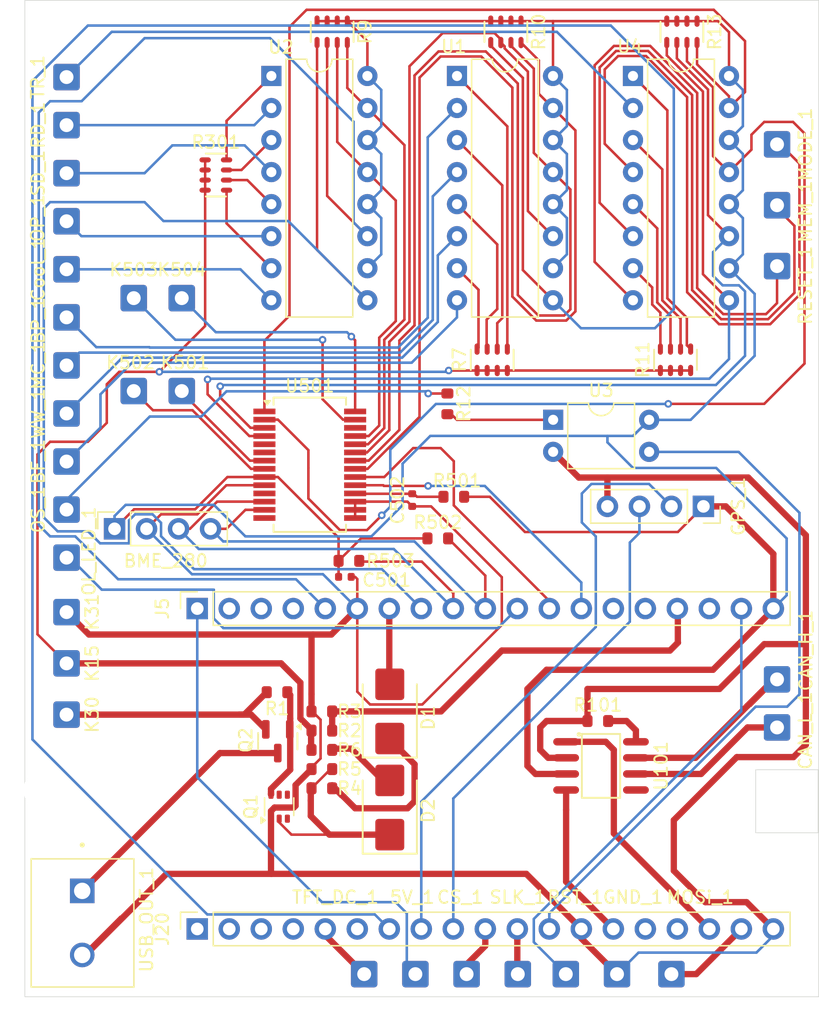
<source format=kicad_pcb>
(kicad_pcb (version 20240108) (generator "pcbnew") (generator_version "8.0")
  (title_block (title "BrakeOut Board") (comment 2 "(c) Norbert Schechner"))
  (layers (0 "F.Cu" signal) (31 "B.Cu" signal) (34 "B.Paste" user) (35 "F.Paste" user) (36 "B.SilkS" user "B.Silkscreen") (37 "F.SilkS" user "F.Silkscreen") (38 "B.Mask" user) (39 "F.Mask" user) (44 "Edge.Cuts" user))
  (net 0 "")
  (net 1 "Net-(D1-Pad1)")
  (net 2 "Net-(D2-Pad2)")
  (net 3 "GND")
  (net 4 "Net-(Q1A-B1)")
  (net 5 "CAN Modul CTX")
  (net 6 "CAN Modul RTX")
  (net 13 "Net-(Q1A-C1)")
  (net 14 "Net-(R7-Pad8)")
  (net 15 "Net-(R7-Pad5)")
  (net 16 "Net-(R7-Pad6)")
  (net 17 "Net-(R7-Pad7)")
  (net 18 "Net-(R11-Pad6)")
  (net 19 "Net-(R11-Pad5)")
  (net 20 "Net-(R11-Pad8)")
  (net 21 "Net-(R11-Pad7)")
  (net 22 "Net-(R12-Pad2)")
  (net 23 "Net-(U101-RS)")
  (net 25 "/Latch_Circuit/12 V out")
  (net 26 "K15")
  (net 27 "/Latch_Circuit/K30")
  (net 28 "VoltMeasurement")
  (net 29 "StayOn")
  (net 30 "GPIO 32 (PIN 7)")
  (net 31 "GPIO 14 (PIN 12)")
  (net 32 "GPIO 27 (PIN 11)")
  (net 33 "GPIO 33 (PIN 8)")
  (net 34 "GPIO 35 (PIN 6)")
  (net 35 "GPIO 13 (PIN 15)")
  (net 36 "3,3 V from ESP")
  (net 37 "GPIO 26 (PIN 10)")
  (net 38 "GPIO 34 (PIN 5)")
  (net 39 "/Optocopler/Coolant")
  (net 40 "/Optocopler/MotorCap")
  (net 41 "/Optocopler/WhiperWater")
  (net 42 "/Optocopler/BrakePads")
  (net 43 "/Optocopler/OilPresure")
  (net 44 "/Optocopler/SlidingDoor")
  (net 45 "GPIO 0 (PIN 25)")
  (net 46 "GPIO 16 (PIN 27)")
  (net 47 "GPIO 17 (PIN 28)")
  (net 48 "/Optocopler/ResetButton")
  (net 49 "/Optocopler/MemoryButton")
  (net 50 "/Optocopler/Trunk")
  (net 51 "/Optocopler/ModeButton")
  (net 52 "GPIO 4 (PIN 26)")
  (net 53 "GPIO 19 (PIN 31)")
  (net 54 "/CAN Modul/CAN_H")
  (net 55 "/CAN Modul/CAN_L")
  (net 56 "PortExpander GPA5")
  (net 57 "PortExpander GPB1")
  (net 58 "PortExpander GPB0")
  (net 59 "PortExpander GPA4")
  (net 60 "PortExpander GPA1")
  (net 61 "PortExpander GPA0")
  (net 62 "PortExpander GPA2")
  (net 63 "PortExpander GPA3")
  (net 64 "PortExpander GPB4")
  (net 65 "PortExpander GPB3")
  (net 66 "PortExpander GPB5")
  (net 67 "PortExpander GPB2")
  (net 68 "Net-(U501-~{RESET})")
  (net 69 "Net-(R301-Pad5)")
  (net 70 "Net-(R301-Pad8)")
  (net 71 "Net-(R301-Pad7)")
  (net 72 "Net-(R301-Pad6)")
  (net 73 "/Optocopler/DoorRight")
  (net 74 "Net-(5V_1-Pin_1)")
  (net 75 "Net-(BF_1-Pin_1)")
  (net 76 "Net-(CS_1-Pin_1)")
  (net 77 "Net-(J5-Pin_11)")
  (net 78 "Net-(J5-Pin_18)")
  (net 79 "Net-(OS_1-Pin_1)")
  (net 82 "Net-(J20-Pin_18)")
  (net 84 "Net-(J20-Pin_5)")
  (net 86 "Net-(J20-Pin_11)")
  (net 89 "/Port Expander/GPB6")
  (net 90 "/Port Expander/GPB7")
  (net 91 "/Port Expander/GPA6")
  (net 92 "/Port Expander/GPA7")
  (footprint "Package_DIP:DIP-16_W7.62mm" (layer "F.Cu") (at 158.3056 81.6032)
    (property "Reference" "U1")
    (property "Value" "LTV-847")
  )
  (footprint "PCM_JLCPCB:R_0603" (layer "F.Cu") (at 149.7276 120.0432 180)
    (property "Reference" "R503")
    (property "Value" "4,7k")
  )
  (footprint "PCM_JLCPCB:Q_SOT-23" (layer "F.Cu") (at 144.0816 134.3432 -90)
    (property "Reference" "Q2")
    (property "Value" "LBSS84LT1G")
  )
  (footprint "Connector_Wire:SolderWire-0.5sqmm_1x01_D0.9mm_OD2.1mm" (layer "F.Cu") (at 127.3176 112.1692 90)
    (property "Reference" "BF_1")
    (property "Value" "BrakeFluid" (hide yes))
  )
  (footprint "Connector_Wire:SolderWire-0.5sqmm_1x01_D0.9mm_OD2.1mm" (layer "F.Cu") (at 171.0056 152.8092 180)
    (property "Reference" "GND_1")
    (property "Value" "TFT_GND" (hide yes))
  )
  (footprint "Custom:PHOENIX_1729128_2x2,54" (layer "F.Cu") (at 124.5126 143.6697 -90)
    (property "Reference" "USB_OUT_1")
    (property "Value" "To USB converter" (hide yes))
  )
  (footprint "PCM_JLCPCB:R_0603" (layer "F.Cu") (at 156.7816 118.2652 180)
    (property "Reference" "R502")
    (property "Value" "4,7k")
  )
  (footprint "PCM_JLCPCB:R_0603x4" (layer "F.Cu") (at 148.3996 78.1032 -90)
    (property "Reference" "R9")
    (property "Value" "10kΩ")
  )
  (footprint "PCM_JLCPCB:R_0603x4" (layer "F.Cu") (at 161.0996 104.1032 90)
    (property "Reference" "R7")
    (property "Value" "4.7kΩ")
  )
  (footprint "Connector_Wire:SolderWire-0.5sqmm_1x01_D0.9mm_OD2.1mm" (layer "F.Cu") (at 127.3176 104.5492 90)
    (property "Reference" "MC_1")
    (property "Value" "MotorCap" (hide yes))
  )
  (footprint "PCM_JLCPCB:R_0603" (layer "F.Cu") (at 144.0236 130.4572 180)
    (property "Reference" "R1")
    (property "Value" "100kΩ")
  )
  (footprint "Connector_Wire:SolderWire-0.5sqmm_1x01_D0.9mm_OD2.1mm" (layer "F.Cu") (at 150.9396 152.8092)
    (property "Reference" "TFT_DC_1")
    (property "Value" "TFT_DC" (hide yes))
  )
  (footprint "Connector_Wire:SolderWire-0.5sqmm_1x01_D0.9mm_OD2.1mm" (layer "F.Cu") (at 159.0676 152.8092)
    (property "Reference" "CS_1")
    (property "Value" "TFT_CS" (hide yes))
  )
  (footprint "Package_TO_SOT_SMD:SOT-363_SC-70-6" (layer "F.Cu") (at 144.1936 139.5352 90)
    (property "Reference" "Q1")
    (property "Value" "MMDT3904")
  )
  (footprint "PCM_JLCPCB:R_0603" (layer "F.Cu") (at 147.5796 136.5532)
    (property "Reference" "R5")
    (property "Value" "100kΩ")
  )
  (footprint "Connector_Wire:SolderWire-0.5sqmm_1x01_D0.9mm_OD2.1mm" (layer "F.Cu") (at 183.7056 91.8492 -90)
    (property "Reference" "MEM_1")
    (property "Value" "Memory")
  )
  (footprint "Connector_Wire:SolderWire-0.5sqmm_1x01_D0.9mm_OD2.1mm" (layer "F.Cu") (at 132.6516 99.2152)
    (property "Reference" "K503")
    (property "Value" "K31")
  )
  (footprint "PCM_JLCPCB:R_0603x4" (layer "F.Cu") (at 139.1676 89.4552)
    (property "Reference" "R301")
    (property "Value" "4.7kΩ")
  )
  (footprint "PCM_JLCPCB:R_0603x4" (layer "F.Cu") (at 176.1556 78.1032 -90)
    (property "Reference" "R13")
    (property "Value" "10kΩ")
  )
  (footprint "PCM_JLCPCB:SOIC-8_L4.9-W3.9-P1.27-LS6.0-BL" (layer "F.Cu") (at 169.7356 136.2992 -90)
    (property "Reference" "U101")
    (property "Value" "SN65HVD230DR")
  )
  (footprint "Connector_Wire:SolderWire-0.5sqmm_1x01_D0.9mm_OD2.1mm" (layer "F.Cu") (at 136.4616 99.2152)
    (property "Reference" "K504")
    (property "Value" "K31")
  )
  (footprint "Connector_Wire:SolderWire-0.5sqmm_1x01_D0.9mm_OD2.1mm" (layer "F.Cu") (at 155.0036 152.8092)
    (property "Reference" "5V_1")
    (property "Value" "TFT_5V" (hide yes))
  )
  (footprint "MountingHole:MountingHole_3.2mm_M3" (layer "F.Cu") (at 179.6616 142.8032)
    (property "Reference" "Hole_4" (hide yes))
    (property "Value" "MountingHole_3.2mm_M3" (hide yes))
  )
  (footprint "Connector_Wire:SolderWire-0.5sqmm_1x01_D0.9mm_OD2.1mm" (layer "F.Cu") (at 127.3176 108.3592 90)
    (property "Reference" "WW_1")
    (property "Value" "WhiperWater" (hide yes))
  )
  (footprint "Connector_PinSocket_2.54mm:PinSocket_1x19_P2.54mm_Vertical" (layer "F.Cu") (at 137.6918 123.8278 90)
    (property "Reference" "J5")
    (property "Value" "Conn_01x19_Socket" (hide yes))
  )
  (footprint "Connector_Wire:SolderWire-0.5sqmm_1x01_D0.9mm_OD2.1mm" (layer "F.Cu") (at 127.3176 132.2352 90)
    (property "Reference" "K30")
    (property "Value" "K30" (hide yes))
  )
  (footprint "Connector_Wire:SolderWire-0.5sqmm_1x01_D0.9mm_OD2.1mm" (layer "F.Cu") (at 127.3176 124.1072 90)
    (property "Reference" "K31")
    (property "Value" "K31" (hide yes))
  )
  (footprint "Connector_Wire:SolderWire-0.5sqmm_1x01_D0.9mm_OD2.1mm" (layer "F.Cu") (at 127.3176 89.3092 90)
    (property "Reference" "SD_1")
    (property "Value" "Door_S" (hide yes))
  )
  (footprint "PCM_JLCPCB:C_0402" (layer "F.Cu") (at 149.4076 121.3132)
    (property "Reference" "C501")
    (property "Value" "100nF")
  )
  (footprint "Connector_PinSocket_2.54mm:PinSocket_1x04_P2.54mm_Vertical" (layer "F.Cu") (at 177.8636 115.7252 -90)
    (property "Reference" "GPS_1")
    (property "Value" "GPS Modul expansion port")
  )
  (footprint "PCM_JLCPCB:D_SMB" (layer "F.Cu") (at 152.9716 139.6012 90)
    (property "Reference" "D2")
    (property "Value" "S3MB")
  )
  (footprint "Connector_Wire:SolderWire-0.5sqmm_1x01_D0.9mm_OD2.1mm" (layer "F.Cu") (at 183.7056 87.0232 -90)
    (property "Reference" "MODE_1")
    (property "Value" "Mode")
  )
  (footprint "PCM_JLCPCB:R_0603" (layer "F.Cu") (at 169.4816 132.7432 180)
    (property "Reference" "R101")
    (property "Value" "10kΩ")
  )
  (footprint "PCM_JLCPCB:R_0603" (layer "F.Cu") (at 147.5796 133.5052)
    (property "Reference" "R2")
    (property "Value" "220kΩ")
  )
  (footprint "Package_DIP:DIP-16_W7.62mm" (layer "F.Cu") (at 172.2731 81.6032)
    (property "Reference" "U4")
    (property "Value" "LTV-847")
  )
  (footprint "MountingHole:MountingHole_3.2mm_M3" (layer "F.Cu") (at 135.7116 111.9032)
    (property "Reference" "Hole_2" (hide yes))
    (property "Value" "MountingHole_3.2mm_M3" (hide yes))
  )
  (footprint "Connector_Wire:SolderWire-0.5sqmm_1x01_D0.9mm_OD2.1mm" (layer "F.Cu") (at 183.7056 133.2512 -90)
    (property "Reference" "CAN_L_1")
    (property "Value" "Can_L")
  )
  (footprint "Package_DIP:DIP-16_W7.62mm" (layer "F.Cu") (at 143.5736 81.6032)
    (property "Reference" "U2")
    (property "Value" "LTV-847")
  )
  (footprint "Connector_Wire:SolderWire-0.5sqmm_1x01_D0.9mm_OD2.1mm" (layer "F.Cu") (at 132.6516 106.5812)
    (property "Reference" "K502")
    (property "Value" "K31")
  )
  (footprint "Connector_Wire:SolderWire-0.5sqmm_1x01_D0.9mm_OD2.1mm" (layer "F.Cu") (at 127.3176 93.1192 90)
    (property "Reference" "OP_1")
    (property "Value" "OilPresure" (hide yes))
  )
  (footprint "Connector_Wire:SolderWire-0.5sqmm_1x01_D0.9mm_OD2.1mm" (layer "F.Cu") (at 163.1316 152.8092)
    (property "Reference" "SLK_1")
    (property "Value" "TFT_SLK" (hide yes))
  )
  (footprint "Connector_PinSocket_2.54mm:PinSocket_1x04_P2.54mm_Vertical" (layer "F.Cu") (at 131.1276 117.5032 90)
    (property "Reference" "BME_280")
    (property "Value" "BME280_conn" (hide yes))
  )
  (footprint "PCM_JLCPCB:R_0603" (layer "F.Cu") (at 147.5796 138.0772)
    (property "Reference" "R4")
    (property "Value" "220Ω")
  )
  (footprint "MountingHole:MountingHole_3.2mm_M3" (layer "F.Cu") (at 125.5116 138.2032)
    (property "Reference" "Hole_1" (hide yes))
    (property "Value" "MountingHole_3.2mm_M3" (hide yes))
  )
  (footprint "Connector_Wire:SolderWire-0.5sqmm_1x01_D0.9mm_OD2.1mm" (layer "F.Cu") (at 127.3176 128.1712 90)
    (property "Reference" "K15")
    (property "Value" "K15" (hide yes))
  )
  (footprint "Connector_Wire:SolderWire-0.5sqmm_1x01_D0.9mm_OD2.1mm" (layer "F.Cu") (at 183.7056 129.4412 -90)
    (property "Reference" "CAN_H_1")
    (property "Value" "Can_H")
  )
  (footprint "PCM_JLCPCB:R_0603" (layer "F.Cu") (at 147.5796 135.0292)
    (property "Reference" "R6")
    (property "Value" "10kΩ")
  )
  (footprint "PCM_JLCPCB:R_0603" (layer "F.Cu") (at 157.5436 107.5972 -90)
    (property "Reference" "R12")
    (property "Value" "4.7kΩ")
  )
  (footprint "Connector_Wire:SolderWire-0.5sqmm_1x01_D0.9mm_OD2.1mm" (layer "F.Cu") (at 127.3176 85.4992 90)
    (property "Reference" "RD_1")
    (property "Value" "Door_R" (hide yes))
  )
  (footprint "Package_DIP:DIP-4_W7.62mm" (layer "F.Cu") (at 165.9356 108.8622)
    (property "Reference" "U3")
    (property "Value" "LVT 817")
  )
  (footprint "MountingHole:MountingHole_3.2mm_M3" (layer "F.Cu") (at 135.2116 82.1032)
    (property "Reference" "Hole_3" (hide yes))
    (property "Value" "MountingHole_3.2mm_M3" (hide yes))
  )
  (footprint "Connector_Wire:SolderWire-0.5sqmm_1x01_D0.9mm_OD2.1mm" (layer "F.Cu") (at 127.3176 100.7392 90)
    (property "Reference" "BP_1")
    (property "Value" "BrakePads" (hide yes))
  )
  (footprint "Connector_Wire:SolderWire-0.5sqmm_1x01_D0.9mm_OD2.1mm" (layer "F.Cu") (at 127.3176 119.7892 90)
    (property "Reference" "OL_LED_1")
    (property "Value" "O_Lev_LED" (hide yes))
  )
  (footprint "PCM_JLCPCB:C_0402" (layer "F.Cu") (at 154.7496 115.2252 90)
    (property "Reference" "C502")
    (property "Value" "100nF")
  )
  (footprint "PCM_JLCPCB:D_SMB" (layer "F.Cu") (at 152.9716 131.9812 90)
    (property "Reference" "D1")
    (property "Value" "S3MB")
  )
  (footprint "Connector_PinSocket_2.54mm:PinSocket_1x19_P2.54mm_Vertical" (layer "F.Cu") (at 137.6918 149.2278 90)
    (property "Reference" "J20")
    (property "Value" "Conn_01x19_Socket")
  )
  (footprint "Connector_Wire:SolderWire-0.5sqmm_1x01_D0.9mm_OD2.1mm" (layer "F.Cu") (at 166.9416 152.8092 180)
    (property "Reference" "RST_1")
    (property "Value" "TFT_RST" (hide yes))
  )
  (footprint "PCM_JLCPCB:R_0603" (layer "F.Cu") (at 158.0516 114.9632 180)
    (property "Reference" "R501")
    (property "Value" "10kΩ")
  )
  (footprint "Connector_Wire:SolderWire-0.5sqmm_1x01_D0.9mm_OD2.1mm" (layer "F.Cu") (at 127.3176 115.9792 90)
    (property "Reference" "OS_1")
    (property "Value" "oilSensor" (hide yes))
  )
  (footprint "Package_SO:SSOP-28_5.3x10.2mm_P0.65mm" (layer "F.Cu") (at 146.6216 112.4232)
    (property "Reference" "U501")
    (property "Value" "MCP23017_ML")
  )
  (footprint "Connector_Wire:SolderWire-0.5sqmm_1x01_D0.9mm_OD2.1mm" (layer "F.Cu") (at 127.3176 96.9292 90)
    (property "Reference" "Cool_1")
    (property "Value" "Coolant" (hide yes))
  )
  (footprint "Connector_Wire:SolderWire-0.5sqmm_1x01_D0.9mm_OD2.1mm" (layer "F.Cu") (at 175.3236 152.8092)
    (property "Reference" "MOSi_1")
    (property "Value" "TFT_MOSI" (hide yes))
  )
  (footprint "PCM_JLCPCB:R_0603x4" (layer "F.Cu") (at 162.1856 78.1032 -90)
    (property "Reference" "R10")
    (property "Value" "10kΩ")
  )
  (footprint "Connector_Wire:SolderWire-0.5sqmm_1x01_D0.9mm_OD2.1mm" (layer "F.Cu") (at 183.7056 96.6752 -90)
    (property "Reference" "RESET_1")
    (property "Value" "Reset")
  )
  (footprint "Connector_Wire:SolderWire-0.5sqmm_1x01_D0.9mm_OD2.1mm" (layer "F.Cu") (at 136.4616 106.5812)
    (property "Reference" "K501")
    (property "Value" "K31")
  )
  (footprint "PCM_JLCPCB:R_0603x4" (layer "F.Cu") (at 175.6476 104.1032 90)
    (property "Reference" "R11")
    (property "Value" "4.7kΩ")
  )
  (footprint "Connector_Wire:SolderWire-0.5sqmm_1x01_D0.9mm_OD2.1mm" (layer "F.Cu") (at 127.3176 81.6892 -90)
    (property "Reference" "TR_1")
    (property "Value" "Trunk" (hide yes))
  )
  (footprint "PCM_JLCPCB:R_0603" (layer "F.Cu") (at 147.5796 131.9812 180)
    (property "Reference" "R3")
    (property "Value" "33kΩ")
  )
  (gr_rect (start 124.0116 75.6032) (end 187.0116 154.6032) (stroke (width 0.05)) (fill none) (layer "Edge.Cuts"))
  (gr_rect (start 182.0116 136.6032) (end 186.9616 141.6032) (stroke (width 0.05)) (fill none) (layer "Edge.Cuts"))
  (segment (start 154.938 136.172) (end 152.972 134.206) (width 0.5) (layer "F.Cu") (net 1))
  (segment (start 148.852 138.289) (end 149.31 138.746) (width 0.5) (layer "F.Cu") (net 1))
  (segment (start 154.38 139.661) (end 154.938 139.102) (width 0.5) (layer "F.Cu") (net 1))
  (segment (start 148.395 137.832) (end 148.852 138.289) (width 0.5) (layer "F.Cu") (net 1))
  (segment (start 148.852 138.289) (end 148.611 138.289) (width 0.2) (layer "F.Cu") (net 1))
  (segment (start 150.224 139.661) (end 154.38 139.661) (width 0.5) (layer "F.Cu") (net 1))
  (segment (start 149.069 138.746) (end 148.734 138.412) (width 0.2) (layer "F.Cu") (net 1))
  (segment (start 154.938 139.102) (end 154.938 136.172) (width 0.5) (layer "F.Cu") (net 1))
  (segment (start 149.31 138.746) (end 150.224 139.661) (width 0.5) (layer "F.Cu") (net 1))
  (segment (start 149.31 138.746) (end 149.069 138.746) (width 0.2) (layer "F.Cu") (net 1))
  (segment (start 152.331 137.359) (end 149.909 134.937) (width 0.5) (layer "F.Cu") (net 2))
  (segment (start 149.909 134.937) (end 148.492 134.937) (width 0.5) (layer "F.Cu") (net 2))
  (segment (start 154.7496 115.7252) (end 156.249248 115.7252) (width 0.2) (layer "F.Cu") (net 3))
  (segment (start 180.5116 135.6032) (end 185.0116 135.6032) (width 0.5) (layer "F.Cu") (net 3))
  (segment (start 133.6676 117.5032) (end 134.8176 116.3532) (width 0.2) (layer "F.Cu") (net 3))
  (segment (start 167.9726 113.4392) (end 170.2436 113.4392) (width 0.5) (layer "F.Cu") (net 3))
  (segment (start 164.91 135.029) (end 165.54 135.659) (width 0.5) (layer "F.Cu") (net 3))
  (segment (start 154.3726 115.3482) (end 154.7496 115.7252) (width 0.2) (layer "F.Cu") (net 3))
  (segment (start 150.3918 123.8278) (end 150.3918 130.4174) (width 0.2) (layer "F.Cu") (net 3))
  (segment (start 150.2216 115.3482) (end 150.2216 115.9982) (width 0.2) (layer "F.Cu") (net 3))
  (segment (start 146.76 126.0006) (end 146.76 130.61) (width 0.5) (layer "F.Cu") (net 3))
  (segment (start 181.4196 113.4392) (end 185.992 118.0116) (width 0.5) (layer "F.Cu") (net 3))
  (segment (start 185.992 126.6472) (end 185.992 127.1552) (width 0.5) (layer "F.Cu") (net 3))
  (segment (start 165.418 132.743) (end 164.91 133.251) (width 0.5) (layer "F.Cu") (net 3))
  (segment (start 140.000914 114.0482) (end 143.0216 114.0482) (width 0.2) (layer "F.Cu") (net 3))
  (segment (start 175.5116 140.6032) (end 180.5116 135.6032) (width 0.5) (layer "F.Cu") (net 3))
  (segment (start 147.253 132.414) (end 147.102 132.264) (width 0.2) (layer "F.Cu") (net 3))
  (segment (start 146.76 136.427) (end 147.115 136.072) (width 0.2) (layer "F.Cu") (net 3))
  (segment (start 181.2872 147.1032) (end 178.0116 147.1032) (width 0.5) (layer "F.Cu") (net 3))
  (segment (start 185.992 134.6228) (end 185.992 127.1552) (width 0.5) (layer "F.Cu") (net 3))
  (segment (start 168.662 132.7428) (end 168.662 130.2032) (width 0.5) (layer "F.Cu") (net 3))
  (segment (start 147.115 136.072) (end 147.478 135.71) (width 0.2) (layer "F.Cu") (net 3))
  (segment (start 149.9076 121.3132) (end 150.2216 121.3132) (width 0.2) (layer "F.Cu") (net 3))
  (segment (start 163.803 144.859) (end 168.1718 149.2278) (width 0.5) (layer "F.Cu") (net 3))
  (segment (start 143.5736 144.859) (end 163.803 144.859) (width 0.5) (layer "F.Cu") (net 3))
  (segment (start 150.2216 115.3482) (end 154.3726 115.3482) (width 0.2) (layer "F.Cu") (net 3))
  (segment (start 129.096 125.885) (end 148.3346 125.885) (width 0.5) (layer "F.Cu") (net 3))
  (segment (start 147.102 132.264) (end 147.042 132.264) (width 0.2) (layer "F.Cu") (net 3))
  (segment (start 145.494 137.819) (end 145.494 139.459) (width 0.5) (layer "F.Cu") (net 3))
  (segment (start 151.4056 131.4312) (end 155.5536 131.4312) (width 0.2) (layer "F.Cu") (net 3))
  (segment (start 150.3918 130.4174) (end 151.4056 131.4312) (width 0.2) (layer "F.Cu") (net 3))
  (segment (start 150.3918 121.4834) (end 150.3918 123.8278) (width 0.2) (layer "F.Cu") (net 3))
  (segment (start 146.76 130.61) (end 146.76 131.296) (width 0.2) (layer "F.Cu") (net 3))
  (segment (start 148.3346 125.885) (end 150.3918 123.8278) (width 0.5) (layer "F.Cu") (net 3))
  (segment (start 164.91 133.251) (end 164.91 135.029) (width 0.5) (layer "F.Cu") (net 3))
  (segment (start 150.2216 121.3132) (end 150.3918 121.4834) (width 0.2) (layer "F.Cu") (net 3))
  (segment (start 128.563 151.544) (end 131.829 148.278) (width 0.5) (layer "F.Cu") (net 3))
  (segment (start 147.115 136.072) (end 146.76 136.428) (width 0.2) (layer "F.Cu") (net 3))
  (segment (start 183.4118 149.7612) (end 183.4118 149.2278) (width 0.5) (layer "F.Cu") (net 3))
  (segment (start 147.102 132.264) (end 146.727 131.889) (width 0.2) (layer "F.Cu") (net 3))
  (segment (start 143.544 144.8294) (end 143.5736 144.859) (width 0.5) (layer "F.Cu") (net 3))
  (segment (start 175.5116 144.6032) (end 175.5116 140.6032) (width 0.5) (layer "F.Cu") (net 3))
  (segment (start 168.1718 149.2278) (end 168.1718 149.9748) (width 0.5) (layer "F.Cu") (net 3))
  (segment (start 185.9918 126.647) (end 185.992 126.6472) (width 0.5) (layer "F.Cu") (net 3))
  (segment (start 161.8616 121.337552) (end 161.8616 122.3292) (width 0.2) (layer "F.Cu") (net 3))
  (segment (start 150.2216 115.9982) (end 150.2216 116.6482) (width 0.2) (layer "F.Cu") (net 3))
  (segment (start 165.418 132.743) (end 168.6618 132.743) (width 0.5) (layer "F.Cu") (net 3))
  (segment (start 170.2436 113.4392) (end 181.4196 113.4392) (width 0.5) (layer "F.Cu") (net 3))
  (segment (start 168.1718 149.9748) (end 171.0059 152.8089) (width 0.5) (layer "F.Cu") (net 3))
  (segment (start 165.54 135.659) (end 166.965 135.659) (width 0.5) (layer "F.Cu") (net 3))
  (segment (start 150.3918 123.8278) (end 149.9142 123.8278) (width 0.2) (layer "F.Cu") (net 3))
  (segment (start 183.4118 149.2278) (end 181.2872 147.1032) (width 0.5) (layer "F.Cu") (net 3))
  (segment (start 134.8176 116.3532) (end 137.695914 116.3532) (width 0.2) (layer "F.Cu") (net 3))
  (segment (start 146.7598 136.5532) (end 145.494 137.819) (width 0.5) (layer "F.Cu") (net 3))
  (segment (start 185.992 127.1552) (end 185.992 127.917) (width 0.5) (layer "F.Cu") (net 3))
  (segment (start 127.318 124.107) (end 129.096 125.885) (width 0.5) (layer "F.Cu") (net 3))
  (segment (start 145.494 139.459) (end 145.352 139.601) (width 0.5) (layer "F.Cu") (net 3))
  (segment (start 146.76 130.61) (end 146.76 131.296) (width 0.5) (layer "F.Cu") (net 3))
  (segment (start 168.661 132.743) (end 165.418 132.743) (width 0.5) (layer "F.Cu") (net 3))
  (segment (start 145.352 139.601) (end 143.822 139.601) (width 0.5) (layer "F.Cu") (net 3))
  (segment (start 137.695914 116.3532) (end 140.000914 114.0482) (width 0.2) (layer "F.Cu") (net 3))
  (segment (start 131.574 148.278) (end 131.829 148.278) (width 0.2) (layer "F.Cu") (net 3))
  (segment (start 185.992 127.917) (end 185.992 118.0116) (width 0.5) (layer "F.Cu") (net 3))
  (segment (start 185.0116 135.6032) (end 185.992 134.6228) (width 0.5) (layer "F.Cu") (net 3))
  (segment (start 147.478 135.71) (end 147.478 132.639) (width 0.2) (layer "F.Cu") (net 3))
  (segment (start 146.8756 125.885) (end 146.76 126.0006) (width 0.5) (layer "F.Cu") (net 3))
  (segment (start 183.412 149.228) (end 183.412 149.2028) (width 0.5) (layer "F.Cu") (net 3))
  (segment (start 128.563 151.29) (end 131.574 148.278) (width 0.2) (layer "F.Cu") (net 3))
  (segment (start 143.544 139.88) (end 143.544 144.8294) (width 0.5) (layer "F.Cu") (net 3))
  (segment (start 131.829 148.278) (end 135.247 144.859) (width 0.5) (layer "F.Cu") (net 3))
  (segment (start 178.0116 147.1032) (end 175.5116 144.6032) (width 0.5) (layer "F.Cu") (net 3))
  (segment (start 155.5536 131.4312) (end 161.8616 125.1232) (width 0.2) (layer "F.Cu") (net 3))
  (segment (start 146.76 131.296) (end 146.76 131.981) (width 0.5) (layer "F.Cu") (net 3))
  (segment (start 165.9356 111.4022) (end 167.9726 113.4392) (width 0.5) (layer "F.Cu") (net 3))
  (segment (start 161.8616 125.1232) (end 161.8616 122.3292) (width 0.2) (layer "F.Cu") (net 3))
  (segment (start 168.172 149.228) (end 168.1718 149.2278) (width 0.5) (layer "F.Cu") (net 3))
  (segment (start 170.2436 115.7252) (end 170.2436 113.4392) (width 0.5) (layer "F.Cu") (net 3))
  (segment (start 168.662 130.2032) (end 179.1338 130.2032) (width 0.5) (layer "F.Cu") (net 3))
  (segment (start 143.822 139.601) (end 143.544 139.88) (width 0.5) (layer "F.Cu") (net 3))
  (segment (start 156.249248 115.7252) (end 161.8616 121.337552) (width 0.2) (layer "F.Cu") (net 3))
  (segment (start 182.69 126.647) (end 185.9918 126.647) (width 0.5) (layer "F.Cu") (net 3))
  (segment (start 179.1338 130.2032) (end 182.69 126.647) (width 0.5) (layer "F.Cu") (net 3))
  (segment (start 135.247 144.859) (end 143.5736 144.859) (width 0.5) (layer "F.Cu") (net 3))
  (segment (start 147.478 132.639) (end 147.253 132.414) (width 0.2) (layer "F.Cu") (net 3))
  (segment (start 172.7116 151.1032) (end 171.0056 152.8092) (width 0.2) (layer "B.Cu") (net 3))
  (segment (start 183.4118 149.7612) (end 182.0698 151.1032) (width 0.2) (layer "B.Cu") (net 3))
  (segment (start 147.6672 121.1032) (end 150.3918 123.8278) (width 0.2) (layer "B.Cu") (net 3))
  (segment (start 182.0698 151.1032) (end 172.7116 151.1032) (width 0.2) (layer "B.Cu") (net 3))
  (segment (start 137.2676 121.1032) (end 147.6672 121.1032) (width 0.2) (layer "B.Cu") (net 3))
  (segment (start 133.6676 117.5032) (end 137.2676 121.1032) (width 0.2) (layer "B.Cu") (net 3))
  (segment (start 148.045 136.782) (end 148.132 136.695) (width 0.2) (layer "F.Cu") (net 4))
  (segment (start 148.1822 141.7512) (end 152.9716 141.7512) (width 0.5) (layer "F.Cu") (net 4))
  (segment (start 144.194 140.741) (end 144.194 140.742) (width 0.2) (layer "F.Cu") (net 4))
  (segment (start 148.045 136.782) (end 148.171 136.782) (width 0.2) (layer "F.Cu") (net 4))
  (segment (start 146.702 139.052) (end 146.702 138.442) (width 0.5) (layer "F.Cu") (net 4))
  (segment (start 146.702 139.052) (end 146.76 138.994) (width 0.2) (layer "F.Cu") (net 4))
  (segment (start 146.702 140.271) (end 146.702 139.052) (width 0.5) (layer "F.Cu") (net 4))
  (segment (start 146.76 138.994) (end 146.76 138.447) (width 0.2) (layer "F.Cu") (net 4))
  (segment (start 145.072901 141.657899) (end 145.074 141.659) (width 0.2) (layer "F.Cu") (net 4))
  (segment (start 145.072901 141.657899) (end 145.166202 141.7512) (width 0.2) (layer "F.Cu") (net 4))
  (segment (start 146.702 138.442) (end 146.702 137.832) (width 0.5) (layer "F.Cu") (net 4))
  (segment (start 145.166202 141.7512) (end 148.1822 141.7512) (width 0.2) (layer "F.Cu") (net 4))
  (segment (start 144.194 140.741) (end 144.194 140.705) (width 0.2) (layer "F.Cu") (net 4))
  (segment (start 144.194 140.778) (end 145.072901 141.657899) (width 0.2) (layer "F.Cu") (net 4))
  (segment (start 146.702 140.271) (end 148.1822 141.7512) (width 0.5) (layer "F.Cu") (net 4))
  (segment (start 144.194 140.742) (end 144.194 140.778) (width 0.2) (layer "F.Cu") (net 4))
  (segment (start 148.045 136.782) (end 146.76 138.067) (width 0.2) (layer "F.Cu") (net 4))
  (segment (start 170.752 135.029) (end 170.752 141.648) (width 0.5) (layer "F.Cu") (net 5))
  (segment (start 170.112 134.389) (end 170.752 135.029) (width 0.5) (layer "F.Cu") (net 5))
  (segment (start 170.752 141.648) (end 178.3318 149.2278) (width 0.5) (layer "F.Cu") (net 5))
  (segment (start 178.3318 149.2278) (end 178.3318 149.7612) (width 0.5) (layer "F.Cu") (net 5))
  (segment (start 166.966 134.389) (end 170.112 134.389) (width 0.5) (layer "F.Cu") (net 5))
  (segment (start 166.966 139.783) (end 166.966 145.482) (width 0.5) (layer "F.Cu") (net 6))
  (segment (start 166.966 138.209) (end 166.966 139.783) (width 0.5) (layer "F.Cu") (net 6))
  (segment (start 166.966 145.482) (end 170.7118 149.2278) (width 0.5) (layer "F.Cu") (net 6))
  (segment (start 145.032 132.585) (end 145.032 132.994) (width 0.2) (layer "F.Cu") (net 13))
  (segment (start 145.068 130.6816) (end 144.8436 130.4572) (width 0.5) (layer "F.Cu") (net 13))
  (segment (start 143.544 138.358) (end 143.544 138.128781) (width 0.5) (layer "F.Cu") (net 13))
  (segment (start 143.544 138.528) (end 143.544 138.472) (width 0.5) (layer "F.Cu") (net 13))
  (segment (start 144.8712 130.4572) (end 144.962 130.548) (width 0.5) (layer "F.Cu") (net 13))
  (segment (start 145.068 132.548) (end 145.068 130.6816) (width 0.5) (layer "F.Cu") (net 13))
  (segment (start 143.544 138.557) (end 143.544 138.529) (width 0.5) (layer "F.Cu") (net 13))
  (segment (start 145.068 136.604781) (end 145.068 132.548) (width 0.5) (layer "F.Cu") (net 13))
  (segment (start 145.068 132.548) (end 145.032 132.585) (width 0.2) (layer "F.Cu") (net 13))
  (segment (start 144.8436 130.4572) (end 144.8712 130.4572) (width 0.5) (layer "F.Cu") (net 13))
  (segment (start 143.544 138.128781) (end 145.068 136.604781) (width 0.5) (layer "F.Cu") (net 13))
  (segment (start 143.544 138.529) (end 143.544 138.528) (width 0.5) (layer "F.Cu") (net 13))
  (segment (start 143.544 138.358) (end 143.544 138.472) (width 0.2) (layer "F.Cu") (net 13))
  (segment (start 143.544 138.585) (end 143.544 138.557) (width 0.5) (layer "F.Cu") (net 13))
  (segment (start 143.544 138.472) (end 143.544 138.358) (width 0.5) (layer "F.Cu") (net 13))
  (segment (start 160.0116 98.5492) (end 158.3056 96.8432) (width 0.2) (layer "F.Cu") (net 14))
  (segment (start 160.0116 103.1412) (end 160.0116 98.5492) (width 0.2) (layer "F.Cu") (net 14))
  (segment (start 159.8996 103.2532) (end 160.0116 103.1412) (width 0.2) (layer "F.Cu") (net 14))
  (segment (start 162.2996 85.5972) (end 162.2996 103.2532) (width 0.2) (layer "F.Cu") (net 15))
  (segment (start 158.3056 81.6032) (end 162.2996 85.5972) (width 0.2) (layer "F.Cu") (net 15))
  (segment (start 161.4996 101.196886) (end 161.8996 100.796886) (width 0.2) (layer "F.Cu") (net 16))
  (segment (start 161.4996 103.2532) (end 161.4996 101.196886) (width 0.2) (layer "F.Cu") (net 16))
  (segment (start 161.8996 100.796886) (end 161.8996 90.2772) (width 0.2) (layer "F.Cu") (net 16))
  (segment (start 161.8996 90.2772) (end 158.3056 86.6832) (width 0.2) (layer "F.Cu") (net 16))
  (segment (start 160.6586 103.2122) (end 160.6586 100.921572) (width 0.2) (layer "F.Cu") (net 17))
  (segment (start 160.6586 100.921572) (end 161.4996 100.080572) (width 0.2) (layer "F.Cu") (net 17))
  (segment (start 161.4996 100.080572) (end 161.4996 94.9572) (width 0.2) (layer "F.Cu") (net 17))
  (segment (start 161.4996 94.9572) (end 158.3056 91.7632) (width 0.2) (layer "F.Cu") (net 17))
  (segment (start 174.5996 89.0097) (end 172.2731 86.6832) (width 0.2) (layer "F.Cu") (net 18))
  (segment (start 174.5996 99.391828) (end 174.5996 89.0097) (width 0.2) (layer "F.Cu") (net 18))
  (segment (start 176.0476 100.839828) (end 174.5996 99.391828) (width 0.2) (layer "F.Cu") (net 18))
  (segment (start 176.0476 103.2532) (end 176.0476 100.839828) (width 0.2) (layer "F.Cu") (net 18))
  (segment (start 174.9996 84.3297) (end 172.2731 81.6032) (width 0.2) (layer "F.Cu") (net 19))
  (segment (start 176.8476 103.2532) (end 176.5476 102.9532) (width 0.2) (layer "F.Cu") (net 19))
  (segment (start 176.5476 100.774142) (end 174.9996 99.226142) (width 0.2) (layer "F.Cu") (net 19))
  (segment (start 176.5476 102.9532) (end 176.5476 100.774142) (width 0.2) (layer "F.Cu") (net 19))
  (segment (start 174.9996 99.226142) (end 174.9996 84.3297) (width 0.2) (layer "F.Cu") (net 19))
  (segment (start 173.7996 98.3697) (end 172.2731 96.8432) (width 0.2) (layer "F.Cu") (net 20))
  (segment (start 174.4476 100.3712) (end 173.7996 99.7232) (width 0.2) (layer "F.Cu") (net 20))
  (segment (start 174.4476 103.2532) (end 174.4476 100.3712) (width 0.2) (layer "F.Cu") (net 20))
  (segment (start 173.7996 99.7232) (end 173.7996 98.3697) (width 0.2) (layer "F.Cu") (net 20))
  (segment (start 175.2476 103.2532) (end 175.2476 100.605514) (width 0.2) (layer "F.Cu") (net 21))
  (segment (start 175.2476 100.605514) (end 174.1996 99.557514) (width 0.2) (layer "F.Cu") (net 21))
  (segment (start 174.1996 99.557514) (end 174.1996 93.6897) (width 0.2) (layer "F.Cu") (net 21))
  (segment (start 174.1996 93.6897) (end 172.2731 91.7632) (width 0.2) (layer "F.Cu") (net 21))
  (segment (start 158.3056 108.8672) (end 157.8556 108.4172) (width 0.2) (layer "F.Cu") (net 22))
  (segment (start 158.3106 108.8622) (end 158.3056 108.8672) (width 0.2) (layer "F.Cu") (net 22))
  (segment (start 165.9356 108.8622) (end 158.3106 108.8622) (width 0.2) (layer "F.Cu") (net 22))
  (segment (start 172.506 134.162) (end 172.506 134.276) (width 0.2) (layer "F.Cu") (net 23))
  (segment (start 172.506 133.481) (end 171.768 132.743) (width 0.5) (layer "F.Cu") (net 23))
  (segment (start 171.768 132.743) (end 170.302 132.743) (width 0.5) (layer "F.Cu") (net 23))
  (segment (start 172.506 134.276) (end 172.506 134.162) (width 0.5) (layer "F.Cu") (net 23))
  (segment (start 172.506 134.389) (end 172.506 134.3325) (width 0.5) (layer "F.Cu") (net 23))
  (segment (start 172.506 134.3325) (end 172.506 134.276) (width 0.5) (layer "F.Cu") (net 23))
  (segment (start 172.506 134.162) (end 172.506 133.935) (width 0.5) (layer "F.Cu") (net 23))
  (segment (start 172.506 133.935) (end 172.506 134.162) (width 0.2) (layer "F.Cu") (net 23))
  (segment (start 172.506 133.935) (end 172.506 133.481) (width 0.5) (layer "F.Cu") (net 23))
  (segment (start 139.4891 135.2832) (end 128.5626 146.2097) (width 0.5) (layer "F.Cu") (net 25))
  (segment (start 144.0816 135.2832) (end 139.4891 135.2832) (width 0.5) (layer "F.Cu") (net 25))
  (segment (start 125.0116 111.6032) (end 125.0116 125.8646) (width 0.2) (layer "F.Cu") (net 26))
  (segment (start 159.8996 104.9532) (end 176.8476 104.9532) (width 0.2) (layer "F.Cu") (net 26))
  (segment (start 134.6836 105.0572) (end 131.497228 105.0572) (width 0.2) (layer "F.Cu") (net 26))
  (segment (start 134.6836 105.0572) (end 138.3176 101.4232) (width 0.2) (layer "F.Cu") (net 26))
  (segment (start 126.0116 110.6032) (end 125.0116 111.6032) (width 0.2) (layer "F.Cu") (net 26))
  (segment (start 157.6476 104.9532) (end 159.8996 104.9532) (width 0.2) (layer "F.Cu") (net 26))
  (segment (start 129.0116 110.6032) (end 126.0116 110.6032) (width 0.2) (layer "F.Cu") (net 26))
  (segment (start 145.877 132.537) (end 145.877 129.701) (width 0.5) (layer "F.Cu") (net 26))
  (segment (start 138.3176 90.6552) (end 138.3176 89.8552) (width 0.2) (layer "F.Cu") (net 26))
  (segment (start 130.5116 109.1032) (end 129.0116 110.6032) (width 0.2) (layer "F.Cu") (net 26))
  (segment (start 130.5116 106.042828) (end 130.5116 109.1032) (width 0.2) (layer "F.Cu") (net 26))
  (segment (start 138.3176 89.0552) (end 138.3176 88.2552) (width 0.2) (layer "F.Cu") (net 26))
  (segment (start 146.727 133.505) (end 146.727 134.136) (width 0.5) (layer "F.Cu") (net 26))
  (segment (start 145.877 129.701) (end 144.347 128.171) (width 0.5) (layer "F.Cu") (net 26))
  (segment (start 138.3176 101.4232) (end 138.3176 90.6552) (width 0.2) (layer "F.Cu") (net 26))
  (segment (start 144.347 128.171) (end 127.318 128.171) (width 0.5) (layer "F.Cu") (net 26))
  (segment (start 145.877 132.537) (end 146.727 133.387) (width 0.5) (layer "F.Cu") (net 26))
  (segment (start 146.727 134.136) (end 146.76 134.104) (width 0.2) (layer "F.Cu") (net 26))
  (segment (start 131.497228 105.0572) (end 130.5116 106.042828) (width 0.2) (layer "F.Cu") (net 26))
  (segment (start 125.0116 125.8646) (end 127.3179 128.1709) (width 0.2) (layer "F.Cu") (net 26))
  (segment (start 146.76 134.104) (end 146.76 133.804) (width 0.2) (layer "F.Cu") (net 26))
  (segment (start 138.3176 89.8552) (end 138.3176 89.0552) (width 0.2) (layer "F.Cu") (net 26))
  (segment (start 146.727 134.136) (end 146.727 134.886) (width 0.5) (layer "F.Cu") (net 26))
  (via (at 134.6836 105.0572) (size 0.6) (drill 0.3) (layers "F.Cu" "B.Cu") (net 26))
  (via (at 157.6476 104.9532) (size 0.6) (drill 0.3) (layers "F.Cu" "B.Cu") (net 26))
  (segment (start 134.6836 105.0572) (end 157.5436 105.0572) (width 0.2) (layer "B.Cu") (net 26))
  (segment (start 157.5436 105.0572) (end 157.6476 104.9532) (width 0.2) (layer "B.Cu") (net 26))
  (segment (start 143.1316 133.4032) (end 141.9636 132.2352) (width 0.5) (layer "F.Cu") (net 27))
  (segment (start 141.4256 132.2352) (end 141.2876 132.2352) (width 0.5) (layer "F.Cu") (net 27))
  (segment (start 143.2036 130.4572) (end 141.4256 132.2352) (width 0.5) (layer "F.Cu") (net 27))
  (segment (start 141.9636 132.2352) (end 141.0336 132.2352) (width 0.5) (layer "F.Cu") (net 27))
  (segment (start 127.3176 132.2352) (end 141.0336 132.2352) (width 0.5) (layer "F.Cu") (net 27))
  (segment (start 141.0336 132.2352) (end 141.2876 132.2352) (width 0.5) (layer "F.Cu") (net 27))
  (segment (start 175.843 126.52) (end 175.832 126.51) (width 0.5) (layer "F.Cu") (net 28))
  (segment (start 175.208 127.155) (end 175.843 126.52) (width 0.5) (layer "F.Cu") (net 28))
  (segment (start 148.3996 133.5052) (end 148.3996 131.9812) (width 0.5) (layer "F.Cu") (net 28))
  (segment (start 148.3996 131.9812) (end 157.0358 131.9812) (width 0.5) (layer "F.Cu") (net 28))
  (segment (start 157.0358 131.9812) (end 161.862 127.155) (width 0.5) (layer "F.Cu") (net 28))
  (segment (start 175.832 126.51) (end 175.832 123.828) (width 0.5) (layer "F.Cu") (net 28))
  (segment (start 161.862 127.155) (end 175.208 127.155) (width 0.5) (layer "F.Cu") (net 28))
  (segment (start 152.9318 123.8278) (end 152.9318 129.7914) (width 0.5) (layer "F.Cu") (net 29))
  (segment (start 152.505466 114.1032) (end 152.450466 114.0482) (width 0.2) (layer "F.Cu") (net 30))
  (segment (start 152.450466 114.0482) (end 150.2216 114.0482) (width 0.2) (layer "F.Cu") (net 30))
  (segment (start 156.0116 114.1032) (end 152.505466 114.1032) (width 0.2) (layer "F.Cu") (net 30))
  (via (at 156.0116 114.1032) (size 0.6) (drill 0.3) (layers "F.Cu" "B.Cu") (net 30))
  (segment (start 160.5116 114.1032) (end 168.1718 121.7634) (width 0.2) (layer "B.Cu") (net 30))
  (segment (start 156.0116 114.1032) (end 160.5116 114.1032) (width 0.2) (layer "B.Cu") (net 30))
  (segment (start 168.1718 121.7634) (end 168.1718 123.8278) (width 0.2) (layer "B.Cu") (net 30))
  (segment (start 147.1996 79.2372) (end 147.1996 95.3892) (width 0.2) (layer "F.Cu") (net 31))
  (segment (start 147.1996 95.3892) (end 151.1936 99.3832) (width 0.2) (layer "F.Cu") (net 31))
  (segment (start 125.5116 92.1032) (end 125.5116 116.6032) (width 0.2) (layer "B.Cu") (net 31))
  (segment (start 132.2776 116.8372) (end 132.7616 116.3532) (width 0.2) (layer "B.Cu") (net 31))
  (segment (start 129.9776 118.6532) (end 132.2776 118.6532) (width 0.2) (layer "B.Cu") (net 31))
  (segment (start 152.3472 120.7032) (end 155.4718 123.8278) (width 0.2) (layer "B.Cu") (net 31))
  (segment (start 125.5116 116.6032) (end 126.6116 117.7032) (width 0.2) (layer "B.Cu") (net 31))
  (segment (start 151.1936 99.3832) (end 144.9136 93.1032) (width 0.2) (layer "B.Cu") (net 31))
  (segment (start 137.433286 120.7032) (end 152.3472 120.7032) (width 0.2) (layer "B.Cu") (net 31))
  (segment (start 126.0116 91.6032) (end 125.5116 92.1032) (width 0.2) (layer "B.Cu") (net 31))
  (segment (start 135.0116 93.1032) (end 133.5116 91.6032) (width 0.2) (layer "B.Cu") (net 31))
  (segment (start 133.5116 91.6032) (end 126.0116 91.6032) (width 0.2) (layer "B.Cu") (net 31))
  (segment (start 134.8176 118.087514) (end 137.433286 120.7032) (width 0.2) (layer "B.Cu") (net 31))
  (segment (start 129.0276 117.7032) (end 129.9776 118.6532) (width 0.2) (layer "B.Cu") (net 31))
  (segment (start 134.143946 116.3532) (end 134.8176 117.026854) (width 0.2) (layer "B.Cu") (net 31))
  (segment (start 132.7616 116.3532) (end 134.143946 116.3532) (width 0.2) (layer "B.Cu") (net 31))
  (segment (start 126.6116 117.7032) (end 129.0276 117.7032) (width 0.2) (layer "B.Cu") (net 31))
  (segment (start 132.2776 118.6532) (end 132.2776 116.8372) (width 0.2) (layer "B.Cu") (net 31))
  (segment (start 134.8176 117.026854) (end 134.8176 118.087514) (width 0.2) (layer "B.Cu") (net 31))
  (segment (start 144.9136 93.1032) (end 135.0116 93.1032) (width 0.2) (layer "B.Cu") (net 31))
  (segment (start 139.2666 115.3482) (end 137.1116 117.5032) (width 0.2) (layer "F.Cu") (net 32))
  (segment (start 155.5116 120.1032) (end 158.0118 122.6034) (width 0.2) (layer "F.Cu") (net 32))
  (segment (start 143.0216 115.3482) (end 139.2666 115.3482) (width 0.2) (layer "F.Cu") (net 32))
  (segment (start 150.6076 120.1032) (end 155.5116 120.1032) (width 0.2) (layer "F.Cu") (net 32))
  (segment (start 158.0118 122.6034) (end 158.0118 123.8278) (width 0.2) (layer "F.Cu") (net 32))
  (segment (start 137.1116 117.5032) (end 136.2076 117.5032) (width 0.2) (layer "F.Cu") (net 32))
  (segment (start 150.5476 120.0432) (end 150.6076 120.1032) (width 0.2) (layer "F.Cu") (net 32))
  (segment (start 153.2872 119.1032) (end 158.0118 123.8278) (width 0.2) (layer "B.Cu") (net 32))
  (segment (start 136.2076 117.5032) (end 137.8076 119.1032) (width 0.2) (layer "B.Cu") (net 32))
  (segment (start 137.8076 119.1032) (end 153.2872 119.1032) (width 0.2) (layer "B.Cu") (net 32))
  (segment (start 150.2216 113.3982) (end 152.53478 113.3982) (width 0.2) (layer "F.Cu") (net 33))
  (segment (start 158.0516 112.1432) (end 158.0516 115.6432) (width 0.2) (layer "F.Cu") (net 33))
  (segment (start 158.0516 115.6432) (end 165.6318 123.2234) (width 0.2) (layer "F.Cu") (net 33))
  (segment (start 165.6318 123.2234) (end 165.6318 123.8278) (width 0.2) (layer "F.Cu") (net 33))
  (segment (start 154.82978 111.1032) (end 157.0116 111.1032) (width 0.2) (layer "F.Cu") (net 33))
  (segment (start 157.0116 111.1032) (end 158.0516 112.1432) (width 0.2) (layer "F.Cu") (net 33))
  (segment (start 152.53478 113.3982) (end 154.82978 111.1032) (width 0.2) (layer "F.Cu") (net 33))
  (segment (start 147.9996 91.1092) (end 150.910757 94.020357) (width 0.2) (layer "F.Cu") (net 35))
  (segment (start 147.9996 78.9532) (end 147.9996 91.1092) (width 0.2) (layer "F.Cu") (net 35))
  (segment (start 131.4116 121.5032) (end 128.0116 118.1032) (width 0.2) (layer "B.Cu") (net 35))
  (segment (start 128.0116 118.1032) (end 126.0116 118.1032) (width 0.2) (layer "B.Cu") (net 35))
  (segment (start 125.1116 84.5032) (end 126.0116 83.6032) (width 0.2) (layer "B.Cu") (net 35))
  (segment (start 126.0116 83.6032) (end 128.5116 83.6032) (width 0.2) (layer "B.Cu") (net 35))
  (segment (start 150.0936 85.2262) (end 150.0936 93.2032) (width 0.2) (layer "B.Cu") (net 35))
  (segment (start 125.1116 117.2032) (end 125.1116 84.5032) (width 0.2) (layer "B.Cu") (net 35))
  (segment (start 143.4706 78.6032) (end 150.0936 85.2262) (width 0.2) (layer "B.Cu") (net 35))
  (segment (start 133.5116 78.6032) (end 143.4706 78.6032) (width 0.2) (layer "B.Cu") (net 35))
  (segment (start 145.5272 121.5032) (end 131.4116 121.5032) (width 0.2) (layer "B.Cu") (net 35))
  (segment (start 150.0936 93.2032) (end 151.1936 94.3032) (width 0.2) (layer "B.Cu") (net 35))
  (segment (start 126.0116 118.1032) (end 125.1116 117.2032) (width 0.2) (layer "B.Cu") (net 35))
  (segment (start 128.5116 83.6032) (end 133.5116 78.6032) (width 0.2) (layer "B.Cu") (net 35))
  (segment (start 147.8518 123.8278) (end 145.5272 121.5032) (width 0.2) (layer "B.Cu") (net 35))
  (segment (start 179.0156 77.2532) (end 179.8956 78.1332) (width 0.2) (layer "F.Cu") (net 36))
  (segment (start 166.965 136.939) (end 164.534 136.939) (width 0.5) (layer "F.Cu") (net 36))
  (segment (start 165.418 128.679) (end 178.626 128.679) (width 0.5) (layer "F.Cu") (net 36))
  (segment (start 177.3556 77.2532) (end 179.0156 77.2532) (width 0.2) (layer "F.Cu") (net 36))
  (segment (start 151.1936 78.8472) (end 151.1936 81.6032) (width 0.2) (layer "F.Cu") (net 36))
  (segment (start 148.9076 118.2092) (end 148.9076 120.0432) (width 0.2) (layer "F.Cu") (net 36))
  (segment (start 163.3856 77.2532) (end 165.9256 77.2532) (width 0.2) (layer "F.Cu") (net 36))
  (segment (start 158.8716 114.9632) (end 160.9036 114.9632) (width 0.2) (layer "F.Cu") (net 36))
  (segment (start 148.9076 120.0432) (end 150.6856 118.2652) (width 0.2) (layer "F.Cu") (net 36))
  (segment (start 163.894 130.203) (end 165.418 128.679) (width 0.5) (layer "F.Cu") (net 36))
  (segment (start 140.085228 113.3982) (end 137.530228 115.9532) (width 0.2) (layer "F.Cu") (net 36))
  (segment (start 137.530228 115.9532) (end 132.6776 115.9532) (width 0.2) (layer "F.Cu") (net 36))
  (segment (start 148.9076 120.0432) (end 148.9076 121.3132) (width 0.2) (layer "F.Cu") (net 36))
  (segment (start 178.626 128.679) (end 183.412 123.893) (width 0.5) (layer "F.Cu") (net 36))
  (segment (start 132.6776 115.9532) (end 131.1276 117.5032) (width 0.2) (layer "F.Cu") (net 36))
  (segment (start 179.8956 78.1332) (end 179.8931 78.1357) (width 0.2) (layer "F.Cu") (net 36))
  (segment (start 183.4118 119.4954) (end 183.4118 123.8278) (width 0.5) (layer "F.Cu") (net 36))
  (segment (start 164.534 136.939) (end 163.894 136.299) (width 0.5) (layer "F.Cu") (net 36))
  (segment (start 162.5256 116.5852) (end 163.6976 117.7572) (width 0.2) (layer "F.Cu") (net 36))
  (segment (start 147.1996 77.2532) (end 149.5996 77.2532) (width 0.2) (layer "F.Cu") (net 36))
  (segment (start 163.6976 117.7572) (end 175.8316 117.7572) (width 0.2) (layer "F.Cu") (net 36))
  (segment (start 160.9036 114.9632) (end 162.5256 116.5852) (width 0.2) (layer "F.Cu") (net 36))
  (segment (start 143.0216 113.3982) (end 140.085228 113.3982) (width 0.2) (layer "F.Cu") (net 36))
  (segment (start 179.8931 78.1357) (end 179.8931 81.6032) (width 0.2) (layer "F.Cu") (net 36))
  (segment (start 177.8636 115.7252) (end 179.6416 115.7252) (width 0.5) (layer "F.Cu") (net 36))
  (segment (start 149.5996 77.2532) (end 151.1936 78.8472) (width 0.2) (layer "F.Cu") (net 36))
  (segment (start 165.9256 81.6032) (end 165.9256 77.2532) (width 0.2) (layer "F.Cu") (net 36))
  (segment (start 175.8316 117.7572) (end 177.8636 115.7252) (width 0.2) (layer "F.Cu") (net 36))
  (segment (start 150.6856 118.2652) (end 155.9616 118.2652) (width 0.2) (layer "F.Cu") (net 36))
  (segment (start 179.6416 115.7252) (end 183.4118 119.4954) (width 0.5) (layer "F.Cu") (net 36))
  (segment (start 149.5996 77.2532) (end 163.3856 77.2532) (width 0.2) (layer "F.Cu") (net 36))
  (segment (start 143.0216 113.3982) (end 144.0966 113.3982) (width 0.2) (layer "F.Cu") (net 36))
  (segment (start 165.9256 77.2532) (end 177.3556 77.2532) (width 0.2) (layer "F.Cu") (net 36))
  (segment (start 144.0966 113.3982) (end 148.9076 118.2092) (width 0.2) (layer "F.Cu") (net 36))
  (segment (start 163.894 136.299) (end 163.894 130.203) (width 0.5) (layer "F.Cu") (net 36))
  (segment (start 132.0116 115.6032) (end 131.1276 116.4872) (width 0.2) (layer "B.Cu") (net 36))
  (segment (start 179.8931 91.7632) (end 180.9931 92.8632) (width 0.2) (layer "B.Cu") (net 36))
  (segment (start 152.2936 90.6632) (end 151.1936 91.7632) (width 0.2) (layer "B.Cu") (net 36))
  (segment (start 172.2806 110.1372) (end 156.187071 110.1372) (width 0.2) (layer "B.Cu") (net 36))
  (segment (start 151.1936 86.6832) (end 152.2936 87.7832) (width 0.2) (layer "B.Cu") (net 36))
  (segment (start 152.2936 95.7432) (end 151.1936 96.8432) (width 0.2) (layer "B.Cu") (net 36))
  (segment (start 152.2936 87.7832) (end 152.2936 90.6632) (width 0.2) (layer "B.Cu") (net 36))
  (segment (start 131.1276 116.4872) (end 131.1276 117.5032) (width 0.2) (layer "B.Cu") (net 36))
  (segment (start 179.8931 81.6032) (end 180.9931 82.7032) (width 0.2) (layer "B.Cu") (net 36))
  (segment (start 180.9931 85.5832) (end 179.8931 86.6832) (width 0.2) (layer "B.Cu") (net 36))
  (segment (start 180.9931 92.8632) (end 180.9931 95.7432) (width 0.2) (layer "B.Cu") (net 36))
  (segment (start 178.8796 112.6772) (end 172.2756 112.6772) (width 0.2) (layer "B.Cu") (net 36))
  (segment (start 179.8931 86.6832) (end 180.9931 87.7832) (width 0.2) (layer "B.Cu") (net 36))
  (segment (start 181.9276 103.7872) (end 176.8476 108.8672) (width 0.2) (layer "B.Cu") (net 36))
  (segment (start 139.0116 115.6032) (end 132.0116 115.6032) (width 0.2) (layer "B.Cu") (net 36))
  (segment (start 170.2436 110.6452) (end 170.2436 110.1372) (width 0.2) (layer "B.Cu") (net 36))
  (segment (start 165.9256 86.6832) (end 167.0256 87.7832) (width 0.2) (layer "B.Cu") (net 36))
  (segment (start 165.9256 91.7632) (end 167.0256 92.8632) (width 0.2) (layer "B.Cu") (net 36))
  (segment (start 151.1936 81.6032) (end 152.2936 82.7032) (width 0.2) (layer "B.Cu") (net 36))
  (segment (start 153.9876 112.336671) (end 153.9876 115.6272) (width 0.2) (layer "B.Cu") (net 36))
  (segment (start 152.2936 82.7032) (end 152.2936 85.5832) (width 0.2) (layer "B.Cu") (net 36))
  (segment (start 165.9256 81.6032) (end 167.0256 82.7032) (width 0.2) (layer "B.Cu") (net 36))
  (segment (start 167.0256 90.6632) (end 165.9256 91.7632) (width 0.2) (layer "B.Cu") (net 36))
  (segment (start 156.187071 110.1372) (end 153.9876 112.336671) (width 0.2) (layer "B.Cu") (net 36))
  (segment (start 151.5116 118.1032) (end 141.5116 118.1032) (width 0.2) (layer "B.Cu") (net 36))
  (segment (start 184.4676 122.772) (end 184.4676 118.2652) (width 0.2) (layer "B.Cu") (net 36))
  (segment (start 172.2756 112.6772) (end 170.2436 110.6452) (width 0.2) (layer "B.Cu") (net 36))
  (segment (start 167.0256 87.7832) (end 167.0256 90.6632) (width 0.2) (layer "B.Cu") (net 36))
  (segment (start 184.4676 118.2652) (end 178.8796 112.6772) (width 0.2) (layer "B.Cu") (net 36))
  (segment (start 180.9931 95.7432) (end 179.8931 96.8432) (width 0.2) (layer "B.Cu") (net 36))
  (segment (start 176.8476 108.8672) (end 173.5506 108.8672) (width 0.2) (layer "B.Cu") (net 36))
  (segment (start 151.1936 91.7632) (end 152.2936 92.8632) (width 0.2) (layer "B.Cu") (net 36))
  (segment (start 167.0256 82.7032) (end 167.0256 85.5832) (width 0.2) (layer "B.Cu") (net 36))
  (segment (start 152.2936 92.8632) (end 152.2936 95.7432) (width 0.2) (layer "B.Cu") (net 36))
  (segment (start 152.2936 85.5832) (end 151.1936 86.6832) (width 0.2) (layer "B.Cu") (net 36))
  (segment (start 179.8931 96.8432) (end 181.9276 98.8777) (width 0.2) (layer "B.Cu") (net 36))
  (segment (start 167.0256 95.7432) (end 165.9256 96.8432) (width 0.2) (layer "B.Cu") (net 36))
  (segment (start 180.9931 90.6632) (end 179.8931 91.7632) (width 0.2) (layer "B.Cu") (net 36))
  (segment (start 183.4118 123.8278) (end 184.4676 122.772) (width 0.2) (layer "B.Cu") (net 36))
  (segment (start 180.9931 82.7032) (end 180.9931 85.5832) (width 0.2) (layer "B.Cu") (net 36))
  (segment (start 141.5116 118.1032) (end 139.0116 115.6032) (width 0.2) (layer "B.Cu") (net 36))
  (segment (start 167.0256 85.5832) (end 165.9256 86.6832) (width 0.2) (layer "B.Cu") (net 36))
  (segment (start 172.2806 110.1372) (end 173.5556 108.8622) (width 0.2) (layer "B.Cu") (net 36))
  (segment (start 180.9931 87.7832) (end 180.9931 90.6632) (width 0.2) (layer "B.Cu") (net 36))
  (segment (start 167.0256 92.8632) (end 167.0256 95.7432) (width 0.2) (layer "B.Cu") (net 36))
  (segment (start 173.5506 108.8672) (end 172.2806 110.1372) (width 0.2) (layer "B.Cu") (net 36))
  (segment (start 153.9876 115.6272) (end 151.5116 118.1032) (width 0.2) (layer "B.Cu") (net 36))
  (segment (start 181.9276 98.8777) (end 181.9276 103.7872) (width 0.2) (layer "B.Cu") (net 36))
  (segment (start 160.5518 121.2154) (end 160.5518 123.8278) (width 0.2) (layer "F.Cu") (net 37))
  (segment (start 138.7476 117.5032) (end 140.0116 117.5032) (width 0.2) (layer "F.Cu") (net 37))
  (segment (start 140.0116 117.5032) (end 141.5166 115.9982) (width 0.2) (layer "F.Cu") (net 37))
  (segment (start 157.6016 118.2652) (end 160.5518 121.2154) (width 0.2) (layer "F.Cu") (net 37))
  (segment (start 141.5166 115.9982) (end 143.0216 115.9982) (width 0.2) (layer "F.Cu") (net 37))
  (segment (start 139.7476 118.5032) (end 154.9296 118.5032) (width 0.2) (layer "B.Cu") (net 37))
  (segment (start 160.2542 123.8278) (end 160.5518 123.8278) (width 0.2) (layer "B.Cu") (net 37))
  (segment (start 160.3272 123.6032) (end 160.5518 123.8278) (width 0.2) (layer "B.Cu") (net 37))
  (segment (start 154.9296 118.5032) (end 160.2542 123.8278) (width 0.2) (layer "B.Cu") (net 37))
  (segment (start 138.7476 117.5032) (end 139.7476 118.5032) (width 0.2) (layer "B.Cu") (net 37))
  (segment (start 127.3176 96.9292) (end 141.1196 96.9292) (width 0.2) (layer "B.Cu") (net 39))
  (segment (start 142.0926 97.9022) (end 143.5736 99.3832) (width 0.2) (layer "B.Cu") (net 39))
  (segment (start 141.1196 96.9292) (end 142.0926 97.9022) (width 0.2) (layer "B.Cu") (net 39))
  (segment (start 128.3336 103.5332) (end 153.791285 103.5332) (width 0.2) (layer "B.Cu") (net 40))
  (segment (start 153.791285 103.5332) (end 156.382 100.942485) (width 0.2) (layer "B.Cu") (net 40))
  (segment (start 156.382 100.942485) (end 156.382 91.1468) (width 0.2) (layer "B.Cu") (net 40))
  (segment (start 127.3176 104.5492) (end 128.3336 103.5332) (width 0.2) (layer "B.Cu") (net 40))
  (segment (start 156.382 91.1468) (end 158.3056 89.2232) (width 0.2) (layer "B.Cu") (net 40))
  (segment (start 131.7436 103.9332) (end 132.9056 103.9332) (width 0.2) (layer "B.Cu") (net 41))
  (segment (start 156.782 95.8268) (end 158.3056 94.3032) (width 0.2) (layer "B.Cu") (net 41))
  (segment (start 153.956971 103.9332) (end 156.782 101.108171) (width 0.2) (layer "B.Cu") (net 41))
  (segment (start 132.9056 103.9332) (end 153.956971 103.9332) (width 0.2) (layer "B.Cu") (net 41))
  (segment (start 156.782 101.108171) (end 156.782 95.8268) (width 0.2) (layer "B.Cu") (net 41))
  (segment (start 127.3176 108.3592) (end 131.7436 103.9332) (width 0.2) (layer "B.Cu") (net 41))
  (segment (start 155.982 100.776799) (end 155.982 86.4668) (width 0.2) (layer "B.Cu") (net 42))
  (segment (start 129.6816 103.1032) (end 133.8916 103.1032) (width 0.2) (layer "B.Cu") (net 42))
  (segment (start 133.8916 103.1032) (end 133.9216 103.1332) (width 0.2) (layer "B.Cu") (net 42))
  (segment (start 133.9216 103.1332) (end 153.625599 103.1332) (width 0.2) (layer "B.Cu") (net 42))
  (segment (start 127.3176 100.7392) (end 129.6816 103.1032) (width 0.2) (layer "B.Cu") (net 42))
  (segment (start 153.625599 103.1332) (end 155.982 100.776799) (width 0.2) (layer "B.Cu") (net 42))
  (segment (start 155.982 86.4668) (end 158.3056 84.1432) (width 0.2) (layer "B.Cu") (net 42))
  (segment (start 127.3176 93.1192) (end 128.5016 94.3032) (width 0.2) (layer "B.Cu") (net 43))
  (segment (start 128.5016 94.3032) (end 143.5736 94.3032) (width 0.2) (layer "B.Cu") (net 43))
  (segment (start 143.5736 89.2232) (end 141.4536 87.1032) (width 0.2) (layer "B.Cu") (net 44))
  (segment (start 135.7156 87.1032) (end 133.5096 89.3092) (width 0.2) (layer "B.Cu") (net 44))
  (segment (start 141.4536 87.1032) (end 135.7156 87.1032) (width 0.2) (layer "B.Cu") (net 44))
  (segment (start 133.5096 89.3092) (end 127.3176 89.3092) (width 0.2) (layer "B.Cu") (net 44))
  (segment (start 168.2116 116.9952) (end 169.3218 118.1054) (width 0.2) (layer "B.Cu") (net 46))
  (segment (start 168.9736 113.9472) (end 168.2116 114.7092) (width 0.2) (layer "B.Cu") (net 46))
  (segment (start 169.3218 118.1054) (end 169.3218 125.283) (width 0.2) (layer "B.Cu") (net 46))
  (segment (start 175.3236 115.7252) (end 173.5456 113.9472) (width 0.2) (layer "B.Cu") (net 46))
  (segment (start 169.3218 125.283) (end 155.4718 139.133) (width 0.2) (layer "B.Cu") (net 46))
  (segment (start 168.2116 114.7092) (end 168.2116 116.9952) (width 0.2) (layer "B.Cu") (net 46))
  (segment (start 155.4718 139.133) (end 155.4718 149.2278) (width 0.2) (layer "B.Cu") (net 46))
  (segment (start 173.5456 113.9472) (end 168.9736 113.9472) (width 0.2) (layer "B.Cu") (net 46))
  (segment (start 172.0216 124.8692) (end 172.0216 118.5932) (width 0.2) (layer "B.Cu") (net 47))
  (segment (start 158.0118 149.2278) (end 158.0118 138.879) (width 0.2) (layer "B.Cu") (net 47))
  (segment (start 172.0216 118.5932) (end 172.7836 117.8312) (width 0.2) (layer "B.Cu") (net 47))
  (segment (start 158.0118 138.879) (end 172.0216 124.8692) (width 0.2) (layer "B.Cu") (net 47))
  (segment (start 172.7836 117.8312) (end 172.7836 115.7252) (width 0.2) (layer "B.Cu") (net 47))
  (segment (start 177.367228 98.412963) (end 177.367228 82.947572) (width 0.2) (layer "F.Cu") (net 48))
  (segment (start 179.437465 100.4832) (end 177.367228 98.412963) (width 0.2) (layer "F.Cu") (net 48))
  (segment (start 183.706 99.607828) (end 182.830628 100.4832) (width 0.2) (layer "F.Cu") (net 48))
  (segment (start 169.228 96.3381) (end 172.2731 99.3832) (width 0.2) (layer "F.Cu") (net 48))
  (segment (start 177.367228 82.947572) (end 173.638856 79.2192) (width 0.2) (layer "F.Cu") (net 48))
  (segment (start 173.638856 79.2192) (end 170.762542 79.2192) (width 0.2) (layer "F.Cu") (net 48))
  (segment (start 170.762542 79.2192) (end 169.228 80.753742) (width 0.2) (layer "F.Cu") (net 48))
  (segment (start 169.228 80.753742) (end 169.228 96.3381) (width 0.2) (layer "F.Cu") (net 48))
  (segment (start 183.706 97.4372) (end 183.706 99.607828) (width 0.2) (layer "F.Cu") (net 48))
  (segment (start 182.830628 100.4832) (end 179.437465 100.4832) (width 0.2) (layer "F.Cu") (net 48))
  (segment (start 182.996314 100.8832) (end 179.271779 100.8832) (width 0.2) (layer "F.Cu") (net 49))
  (segment (start 169.628 80.919428) (end 169.628 91.6581) (width 0.2) (layer "F.Cu") (net 49))
  (segment (start 185.084 98.795514) (end 182.996314 100.8832) (width 0.2) (layer "F.Cu") (net 49))
  (segment (start 183.96 92.3572) (end 185.084 93.4812) (width 0.2) (layer "F.Cu") (net 49))
  (segment (start 169.628 91.6581) (end 172.2731 94.3032) (width 0.2) (layer "F.Cu") (net 49))
  (segment (start 179.271779 100.8832) (end 176.967228 98.578649) (width 0.2) (layer "F.Cu") (net 49))
  (segment (start 170.928228 79.6192) (end 169.628 80.919428) (width 0.2) (layer "F.Cu") (net 49))
  (segment (start 176.967228 98.578649) (end 176.967228 83.113258) (width 0.2) (layer "F.Cu") (net 49))
  (segment (start 185.084 93.4812) (end 185.084 98.795514) (width 0.2) (layer "F.Cu") (net 49))
  (segment (start 176.967228 83.113258) (end 173.47317 79.6192) (width 0.2) (layer "F.Cu") (net 49))
  (segment (start 173.47317 79.6192) (end 170.928228 79.6192) (width 0.2) (layer "F.Cu") (net 49))
  (segment (start 166.2331 78.1032) (end 172.2731 84.1432) (width 0.2) (layer "B.Cu") (net 50))
  (segment (start 127.3176 81.6892) (end 130.9036 78.1032) (width 0.2) (layer "B.Cu") (net 50))
  (segment (start 130.9036 78.1032) (end 166.2331 78.1032) (width 0.2) (layer "B.Cu") (net 50))
  (segment (start 170.028 86.9781) (end 172.2731 89.2232) (width 0.2) (layer "F.Cu") (net 51))
  (segment (start 176.567228 83.278944) (end 173.307484 80.0192) (width 0.2) (layer "F.Cu") (net 51))
  (segment (start 185.484 88.5472) (end 185.484 98.9612) (width 0.2) (layer "F.Cu") (net 51))
  (segment (start 179.106093 101.2832) (end 176.567228 98.744335) (width 0.2) (layer "F.Cu") (net 51))
  (segment (start 183.162 101.2832) (end 179.106093 101.2832) (width 0.2) (layer "F.Cu") (net 51))
  (segment (start 171.093914 80.0192) (end 170.028 81.085114) (width 0.2) (layer "F.Cu") (net 51))
  (segment (start 173.307484 80.0192) (end 171.093914 80.0192) (width 0.2) (layer "F.Cu") (net 51))
  (segment (start 185.484 98.9612) (end 183.162 101.2832) (width 0.2) (layer "F.Cu") (net 51))
  (segment (start 183.96 87.0232) (end 185.484 88.5472) (width 0.2) (layer "F.Cu") (net 51))
  (segment (start 176.567228 98.744335) (end 176.567228 83.278944) (width 0.2) (layer "F.Cu") (net 51))
  (segment (start 170.028 81.085114) (end 170.028 86.9781) (width 0.2) (layer "F.Cu") (net 51))
  (segment (start 163.5316 96.9892) (end 165.9256 99.3832) (width 0.2) (layer "F.Cu") (net 52))
  (segment (start 163.5316 81.7492) (end 163.5316 96.9892) (width 0.2) (layer "F.Cu") (net 52))
  (segment (start 160.9856 79.2032) (end 163.5316 81.7492) (width 0.2) (layer "F.Cu") (net 52))
  (segment (start 160.9856 78.9532) (end 160.9856 79.2032) (width 0.2) (layer "F.Cu") (net 52))
  (segment (start 124.6116 82.0032) (end 124.6116 134.2032) (width 0.2) (layer "B.Cu") (net 52))
  (segment (start 124.6116 134.2032) (end 138.4862 148.0778) (width 0.2) (layer "B.Cu") (net 52))
  (segment (start 170.5116 77.6032) (end 129.0116 77.6032) (width 0.2) (layer "B.Cu") (net 52))
  (segment (start 151.7818 148.0778) (end 152.9318 149.2278) (width 0.2) (layer "B.Cu") (net 52))
  (segment (start 175.5116 82.6032) (end 170.5116 77.6032) (width 0.2) (layer "B.Cu") (net 52))
  (segment (start 138.4862 148.0778) (end 151.7818 148.0778) (width 0.2) (layer "B.Cu") (net 52))
  (segment (start 165.9256 99.3832) (end 168.1456 101.6032) (width 0.2) (layer "B.Cu") (net 52))
  (segment (start 174.0116 101.6032) (end 175.5116 100.1032) (width 0.2) (layer "B.Cu") (net 52))
  (segment (start 168.1456 101.6032) (end 174.0116 101.6032) (width 0.2) (layer "B.Cu") (net 52))
  (segment (start 129.0116 77.6032) (end 124.6116 82.0032) (width 0.2) (layer "B.Cu") (net 52))
  (segment (start 175.5116 100.1032) (end 175.5116 82.6032) (width 0.2) (layer "B.Cu") (net 52))
  (segment (start 185.4836 130.6312) (end 185.4836 116.2332) (width 0.2) (layer "B.Cu") (net 53))
  (segment (start 184.5116 131.6032) (end 185.4836 130.6312) (width 0.2) (layer "B.Cu") (net 53))
  (segment (start 182.0116 131.6032) (end 184.5116 131.6032) (width 0.2) (layer "B.Cu") (net 53))
  (segment (start 185.4836 116.2332) (end 180.6576 111.4072) (width 0.2) (layer "B.Cu") (net 53))
  (segment (start 165.6318 147.983) (end 182.0116 131.6032) (width 0.2) (layer "B.Cu") (net 53))
  (segment (start 180.6576 111.4072) (end 173.5606 111.4072) (width 0.2) (layer "B.Cu") (net 53))
  (segment (start 165.6318 149.2278) (end 165.6318 147.983) (width 0.2) (layer "B.Cu") (net 53))
  (segment (start 181.36 131.533) (end 181.614 131.533) (width 0.2) (layer "F.Cu") (net 54))
  (segment (start 172.506 135.659) (end 177.234 135.659) (width 0.5) (layer "F.Cu") (net 54))
  (segment (start 177.234 135.659) (end 181.36 131.533) (width 0.5) (layer "F.Cu") (net 54))
  (segment (start 181.614 131.533) (end 183.7056 129.4414) (width 0.2) (layer "F.Cu") (net 54))
  (segment (start 181.36 131.533) (end 183.706 129.187) (width 0.5) (layer "F.Cu") (net 54))
  (segment (start 181.3636 133.2512) (end 179.3318 135.283) (width 0.5) (layer "F.Cu") (net 55))
  (segment (start 172.506 136.939) (end 177.6758 136.939) (width 0.5) (layer "F.Cu") (net 55))
  (segment (start 183.7056 133.2512) (end 181.3636 133.2512) (width 0.5) (layer "F.Cu") (net 55))
  (segment (start 177.6758 136.939) (end 179.3318 135.283) (width 0.5) (layer "F.Cu") (net 55))
  (segment (start 185.884 86.1536) (end 184.9756 85.2452) (width 0.2) (layer "F.Cu") (net 57))
  (segment (start 178.6256 82.508886) (end 178.6256 87.9557) (width 0.2) (layer "F.Cu") (net 57))
  (segment (start 185.884 104.4028) (end 185.884 86.1536) (width 0.2) (layer "F.Cu") (net 57))
  (segment (start 176.5556 80.438886) (end 178.6256 82.508886) (width 0.2) (layer "F.Cu") (net 57))
  (segment (start 143.0216 108.8482) (end 144.0966 108.8482) (width 0.2) (layer "F.Cu") (net 57))
  (segment (start 182.6896 85.2452) (end 181.6736 86.2612) (width 0.2) (layer "F.Cu") (net 57))
  (segment (start 184.9756 85.2452) (end 182.6896 85.2452) (width 0.2) (layer "F.Cu") (net 57))
  (segment (start 182.6896 107.5972) (end 185.884 104.4028) (width 0.2) (layer "F.Cu") (net 57))
  (segment (start 151.16307 117.6032) (end 149.0116 117.6032) (width 0.2) (layer "F.Cu") (net 57))
  (segment (start 144.0966 108.8482) (end 146.5116 111.2632) (width 0.2) (layer "F.Cu") (net 57))
  (segment (start 149.0116 117.6032) (end 146.5116 115.1032) (width 0.2) (layer "F.Cu") (net 57))
  (segment (start 175.0696 107.5972) (end 182.6896 107.5972) (width 0.2) (layer "F.Cu") (net 57))
  (segment (start 181.6736 87.4427) (end 179.8931 89.2232) (width 0.2) (layer "F.Cu") (net 57))
  (segment (start 176.5556 78.9532) (end 176.5556 80.438886) (width 0.2) (layer "F.Cu") (net 57))
  (segment (start 178.6256 87.9557) (end 179.8931 89.2232) (width 0.2) (layer "F.Cu") (net 57))
  (segment (start 152.337335 116.428935) (end 151.16307 117.6032) (width 0.2) (layer "F.Cu") (net 57))
  (segment (start 181.6736 86.2612) (end 181.6736 87.4427) (width 0.2) (layer "F.Cu") (net 57))
  (segment (start 146.5116 115.1032) (end 146.5116 112.6772) (width 0.2) (layer "F.Cu") (net 57))
  (segment (start 146.5116 111.2632) (end 146.5116 112.6772) (width 0.2) (layer "F.Cu") (net 57))
  (via (at 152.337335 116.428935) (size 0.6) (drill 0.3) (layers "F.Cu" "B.Cu") (net 57))
  (via (at 175.0696 107.5972) (size 0.6) (drill 0.3) (layers "F.Cu" "B.Cu") (net 57))
  (segment (start 153.0116 115.75467) (end 153.0116 111.2252) (width 0.2) (layer "B.Cu") (net 57))
  (segment (start 152.337335 116.428935) (end 153.0116 115.75467) (width 0.2) (layer "B.Cu") (net 57))
  (segment (start 153.0116 111.2252) (end 156.6336 107.6032) (width 0.2) (layer "B.Cu") (net 57))
  (segment (start 156.6336 107.6032) (end 175.0116 107.6032) (width 0.2) (layer "B.Cu") (net 57))
  (segment (start 143.5896 102.0252) (end 145.0116 100.6032) (width 0.2) (layer "F.Cu") (net 58))
  (segment (start 177.3556 80.6732) (end 179.8931 83.2107) (width 0.2) (layer "F.Cu") (net 58))
  (segment (start 145.0116 100.6032) (end 145.0116 77.7112) (width 0.2) (layer "F.Cu") (net 58))
  (segment (start 143.0216 108.1982) (end 143.0216 102.5932) (width 0.2) (layer "F.Cu") (net 58))
  (segment (start 146.3676 76.3552) (end 178.683286 76.3552) (width 0.2) (layer "F.Cu") (net 58))
  (segment (start 178.683286 76.3552) (end 181.1656 78.837514) (width 0.2) (layer "F.Cu") (net 58))
  (segment (start 181.1656 78.837514) (end 181.1656 82.8707) (width 0.2) (layer "F.Cu") (net 58))
  (segment (start 179.8931 83.2107) (end 179.8931 84.1432) (width 0.2) (layer "F.Cu") (net 58))
  (segment (start 181.1656 82.8707) (end 179.8931 84.1432) (width 0.2) (layer "F.Cu") (net 58))
  (segment (start 177.3556 78.9532) (end 177.3556 80.6732) (width 0.2) (layer "F.Cu") (net 58))
  (segment (start 143.0216 102.5932) (end 143.5896 102.0252) (width 0.2) (layer "F.Cu") (net 58))
  (segment (start 145.0116 77.7112) (end 146.3676 76.3552) (width 0.2) (layer "F.Cu") (net 58))
  (segment (start 153.445914 101.037514) (end 153.445914 91.475514) (width 0.2) (layer "F.Cu") (net 59))
  (segment (start 148.7996 86.8292) (end 148.7996 79.2372) (width 0.2) (layer "F.Cu") (net 59))
  (segment (start 152.1336 102.349828) (end 153.445914 101.037514) (width 0.2) (layer "F.Cu") (net 59))
  (segment (start 151.1936 89.2232) (end 148.7996 86.8292) (width 0.2) (layer "F.Cu") (net 59))
  (segment (start 151.2966 110.1482) (end 152.1336 109.3112) (width 0.2) (layer "F.Cu") (net 59))
  (segment (start 150.2216 110.1482) (end 151.2966 110.1482) (width 0.2) (layer "F.Cu") (net 59))
  (segment (start 153.445914 91.475514) (end 151.1936 89.2232) (width 0.2) (layer "F.Cu") (net 59))
  (segment (start 152.1336 109.3112) (end 152.1336 102.349828) (width 0.2) (layer "F.Cu") (net 59))
  (segment (start 160.5916 79.6572) (end 156.839286 79.6572) (width 0.2) (layer "F.Cu") (net 60))
  (segment (start 156.839286 79.6572) (end 154.9336 81.562886) (width 0.2) (layer "F.Cu") (net 60))
  (segment (start 165.9256 89.2232) (end 167.3036 90.6012) (width 0.2) (layer "F.Cu") (net 60))
  (segment (start 164.4016 87.6992) (end 165.9256 89.2232) (width 0.2) (layer "F.Cu") (net 60))
  (segment (start 154.9336 81.562886) (end 154.9336 101.374885) (width 0.2) (layer "F.Cu") (net 60))
  (segment (start 154.9336 101.374885) (end 153.7336 102.574885) (width 0.2) (layer "F.Cu") (net 60))
  (segment (start 162.5856 79.2032) (end 164.4016 81.0192) (width 0.2) (layer "F.Cu") (net 60))
  (segment (start 163.1316 82.1972) (end 160.5916 79.6572) (width 0.2) (layer "F.Cu") (net 60))
  (segment (start 153.7336 109.6612) (end 151.2966 112.0982) (width 0.2) (layer "F.Cu") (net 60))
  (segment (start 166.809914 100.5932) (end 164.7636 100.5932) (width 0.2) (layer "F.Cu") (net 60))
  (segment (start 167.3036 100.099514) (end 166.809914 100.5932) (width 0.2) (layer "F.Cu") (net 60))
  (segment (start 163.1316 98.9612) (end 163.1316 82.1972) (width 0.2) (layer "F.Cu") (net 60))
  (segment (start 153.7336 102.574885) (end 153.7336 109.6612) (width 0.2) (layer "F.Cu") (net 60))
  (segment (start 164.4016 81.0192) (end 164.4016 87.6992) (width 0.2) (layer "F.Cu") (net 60))
  (segment (start 164.7636 100.5932) (end 163.1316 98.9612) (width 0.2) (layer "F.Cu") (net 60))
  (segment (start 151.2966 112.0982) (end 150.2216 112.0982) (width 0.2) (layer "F.Cu") (net 60))
  (segment (start 167.3036 90.6012) (end 167.3036 100.099514) (width 0.2) (layer "F.Cu") (net 60))
  (segment (start 150.2216 112.7482) (end 151.212286 112.7482) (width 0.2) (layer "F.Cu") (net 61))
  (segment (start 164.8016 83.0192) (end 165.9256 84.1432) (width 0.2) (layer "F.Cu") (net 61))
  (segment (start 167.7036 100.2652) (end 167.7036 85.9212) (width 0.2) (layer "F.Cu") (net 61))
  (segment (start 164.597914 100.9932) (end 166.9756 100.9932) (width 0.2) (layer "F.Cu") (net 61))
  (segment (start 160.2296 80.0572) (end 162.6996 82.5272) (width 0.2) (layer "F.Cu") (net 61))
  (segment (start 162.6996 82.5272) (end 162.6996 99.094886) (width 0.2) (layer "F.Cu") (net 61))
  (segment (start 155.3336 108.626886) (end 155.3336 81.728572) (width 0.2) (layer "F.Cu") (net 61))
  (segment (start 164.8016 80.3692) (end 164.8016 83.0192) (width 0.2) (layer "F.Cu") (net 61))
  (segment (start 162.6996 99.094886) (end 164.597914 100.9932) (width 0.2) (layer "F.Cu") (net 61))
  (segment (start 157.004972 80.0572) (end 160.2296 80.0572) (width 0.2) (layer "F.Cu") (net 61))
  (segment (start 167.7036 85.9212) (end 165.9256 84.1432) (width 0.2) (layer "F.Cu") (net 61))
  (segment (start 166.9756 100.9932) (end 167.7036 100.2652) (width 0.2) (layer "F.Cu") (net 61))
  (segment (start 163.3856 78.9532) (end 164.8016 80.3692) (width 0.2) (layer "F.Cu") (net 61))
  (segment (start 155.3336 81.728572) (end 157.004972 80.0572) (width 0.2) (layer "F.Cu") (net 61))
  (segment (start 151.212286 112.7482) (end 155.3336 108.626886) (width 0.2) (layer "F.Cu") (net 61))
  (segment (start 161.7856 78.9532) (end 162.0856 79.2532) (width 0.2) (layer "F.Cu") (net 62))
  (segment (start 151.1666 111.4482) (end 152.9336 109.6812) (width 0.2) (layer "F.Cu") (net 62))
  (segment (start 154.5336 80.831514) (end 157.161914 78.2032) (width 0.2) (layer "F.Cu") (net 62))
  (segment (start 152.9336 109.6812) (end 152.9336 102.6812) (width 0.2) (layer "F.Cu") (net 62))
  (segment (start 163.9316 92.3092) (end 165.9256 94.3032) (width 0.2) (layer "F.Cu") (net 62))
  (segment (start 161.2856 78.2032) (end 161.7856 78.7032) (width 0.2) (layer "F.Cu") (net 62))
  (segment (start 157.161914 78.2032) (end 161.2856 78.2032) (width 0.2) (layer "F.Cu") (net 62))
  (segment (start 154.5336 101.0812) (end 154.5336 80.831514) (width 0.2) (layer "F.Cu") (net 62))
  (segment (start 162.0856 79.410307) (end 163.9316 81.256307) (width 0.2) (layer "F.Cu") (net 62))
  (segment (start 162.0856 79.2532) (end 162.0856 79.410307) (width 0.2) (layer "F.Cu") (net 62))
  (segment (start 152.9336 102.6812) (end 154.5336 101.0812) (width 0.2) (layer "F.Cu") (net 62))
  (segment (start 150.2216 111.4482) (end 151.1666 111.4482) (width 0.2) (layer "F.Cu") (net 62))
  (segment (start 163.9316 81.256307) (end 163.9316 92.3092) (width 0.2) (layer "F.Cu") (net 62))
  (segment (start 154.1336 100.915514) (end 154.1336 87.0832) (width 0.2) (layer "F.Cu") (net 63))
  (segment (start 149.5996 82.5492) (end 151.1936 84.1432) (width 0.2) (layer "F.Cu") (net 63))
  (segment (start 150.2216 110.7982) (end 151.250914 110.7982) (width 0.2) (layer "F.Cu") (net 63))
  (segment (start 152.5336 102.515514) (end 154.1336 100.915514) (width 0.2) (layer "F.Cu") (net 63))
  (segment (start 154.1336 87.0832) (end 151.1936 84.1432) (width 0.2) (layer "F.Cu") (net 63))
  (segment (start 149.5996 79.2372) (end 149.5996 82.5492) (width 0.2) (layer "F.Cu") (net 63))
  (segment (start 151.250914 110.7982) (end 152.5336 109.515514) (width 0.2) (layer "F.Cu") (net 63))
  (segment (start 152.5336 109.515514) (end 152.5336 102.515514) (width 0.2) (layer "F.Cu") (net 63))
  (segment (start 175.889915 80.904572) (end 177.8256 82.840258) (width 0.2) (layer "F.Cu") (net 65))
  (segment (start 174.9556 78.9532) (end 174.9556 79.970258) (width 0.2) (layer "F.Cu") (net 65))
  (segment (start 174.9556 79.970258) (end 175.872071 80.886729) (width 0.2) (layer "F.Cu") (net 65))
  (segment (start 177.8256 82.840258) (end 177.8256 97.3157) (width 0.2) (layer "F.Cu") (net 65))
  (segment (start 138.5116 106.8352) (end 138.5116 105.6572) (width 0.2) (layer "F.Cu") (net 65))
  (segment (start 143.0216 110.1482) (end 141.8246 110.1482) (width 0.2) (layer "F.Cu") (net 65))
  (segment (start 175.872071 80.886729) (end 175.889915 80.904572) (width 0.2) (layer "F.Cu") (net 65))
  (segment (start 177.8256 97.3157) (end 179.8931 99.3832) (width 0.2) (layer "F.Cu") (net 65))
  (segment (start 141.8246 110.1482) (end 138.5116 106.8352) (width 0.2) (layer "F.Cu") (net 65))
  (via (at 138.5116 105.6572) (size 0.6) (drill 0.3) (layers "F.Cu" "B.Cu") (net 65))
  (segment (start 178.3336 105.6032) (end 138.5656 105.6032) (width 0.2) (layer "B.Cu") (net 65))
  (segment (start 179.8931 103.5307) (end 179.8956 103.5332) (width 0.2) (layer "B.Cu") (net 65))
  (segment (start 179.8931 99.3832) (end 179.8931 103.5307) (width 0.2) (layer "B.Cu") (net 65))
  (segment (start 179.8956 103.5332) (end 179.8956 104.0412) (width 0.2) (layer "B.Cu") (net 65))
  (segment (start 179.8956 104.0412) (end 178.3336 105.6032) (width 0.2) (layer "B.Cu") (net 65))
  (segment (start 138.5656 105.6032) (end 138.5116 105.6572) (width 0.2) (layer "B.Cu") (net 65))
  (segment (start 139.5116 107.0892) (end 139.5116 106.2032) (width 0.2) (layer "F.Cu") (net 67))
  (segment (start 175.7556 78.9532) (end 175.7556 80.204572) (width 0.2) (layer "F.Cu") (net 67))
  (segment (start 178.2256 82.674572) (end 178.2256 92.6357) (width 0.2) (layer "F.Cu") (net 67))
  (segment (start 143.0216 109.4982) (end 141.9206 109.4982) (width 0.2) (layer "F.Cu") (net 67))
  (segment (start 178.2256 92.6357) (end 179.8931 94.3032) (width 0.2) (layer "F.Cu") (net 67))
  (segment (start 175.7556 80.204572) (end 178.2256 82.674572) (width 0.2) (layer "F.Cu") (net 67))
  (segment (start 141.9206 109.4982) (end 139.5116 107.0892) (width 0.2) (layer "F.Cu") (net 67))
  (via (at 139.5116 106.2032) (size 0.6) (drill 0.3) (layers "F.Cu" "B.Cu") (net 67))
  (segment (start 179.3876 98.1992) (end 178.6256 97.4372) (width 0.2) (layer "B.Cu") (net 67))
  (segment (start 181.166 103.7868) (end 181.166 98.681786) (width 0.2) (layer "B.Cu") (net 67))
  (segment (start 180.683414 98.1992) (end 179.3876 98.1992) (width 0.2) (layer "B.Cu") (net 67))
  (segment (start 181.166 98.681786) (end 180.683414 98.1992) (width 0.2) (layer "B.Cu") (net 67))
  (segment (start 178.6256 97.4372) (end 178.6256 95.5707) (width 0.2) (layer "B.Cu") (net 67))
  (segment (start 139.5116 106.2032) (end 139.6116 106.1032) (width 0.2) (layer "B.Cu") (net 67))
  (segment (start 178.8496 106.1032) (end 181.166 103.7868) (width 0.2) (layer "B.Cu") (net 67))
  (segment (start 178.6256 95.5707) (end 179.8931 94.3032) (width 0.2) (layer "B.Cu") (net 67))
  (segment (start 139.6116 106.1032) (end 178.8496 106.1032) (width 0.2) (layer "B.Cu") (net 67))
  (segment (start 154.8896 114.7252) (end 155.1276 114.9632) (width 0.2) (layer "F.Cu") (net 68))
  (segment (start 150.2486 114.7252) (end 150.2216 114.6982) (width 0.2) (layer "F.Cu") (net 68))
  (segment (start 154.7496 114.7252) (end 154.8896 114.7252) (width 0.2) (layer "F.Cu") (net 68))
  (segment (start 155.1276 114.9632) (end 157.2316 114.9632) (width 0.2) (layer "F.Cu") (net 68))
  (segment (start 154.7496 114.7252) (end 150.2486 114.7252) (width 0.2) (layer "F.Cu") (net 68))
  (segment (start 140.0176 93.2872) (end 143.5736 96.8432) (width 0.2) (layer "F.Cu") (net 69))
  (segment (start 140.0176 90.6552) (end 140.0176 93.2872) (width 0.2) (layer "F.Cu") (net 69))
  (segment (start 140.0176 85.1592) (end 143.5736 81.6032) (width 0.2) (layer "F.Cu") (net 70))
  (segment (start 140.0176 88.2552) (end 140.0176 85.1592) (width 0.2) (layer "F.Cu") (net 70))
  (segment (start 141.2016 89.0552) (end 143.5736 86.6832) (width 0.2) (layer "F.Cu") (net 71))
  (segment (start 140.0176 89.0552) (end 141.2016 89.0552) (width 0.2) (layer "F.Cu") (net 71))
  (segment (start 141.6656 89.8552) (end 143.5736 91.7632) (width 0.2) (layer "F.Cu") (net 72))
  (segment (start 140.0176 89.8552) (end 141.6656 89.8552) (width 0.2) (layer "F.Cu") (net 72))
  (segment (start 127.3176 85.4992) (end 142.2176 85.4992) (width 0.2) (layer "B.Cu") (net 73))
  (segment (start 142.2176 85.4992) (end 143.5736 84.1432) (width 0.2) (layer "B.Cu") (net 73))
  (segment (start 137.6918 137.201454) (end 137.6918 123.8278) (width 0.2) (layer "B.Cu") (net 74))
  (segment (start 154.3218 147.9894) (end 153.4356 147.1032) (width 0.2) (layer "B.Cu") (net 74))
  (segment (start 155.0036 152.8092) (end 154.3218 152.1274) (width 0.2) (layer "B.Cu") (net 74))
  (segment (start 153.4356 147.1032) (end 147.593546 147.1032) (width 0.2) (layer "B.Cu") (net 74))
  (segment (start 154.3218 152.1274) (end 154.3218 147.9894) (width 0.2) (layer "B.Cu") (net 74))
  (segment (start 147.593546 147.1032) (end 137.6918 137.201454) (width 0.2) (layer "B.Cu") (net 74))
  (segment (start 130.0116 109.4752) (end 130.0116 106.836456) (width 0.2) (layer "B.Cu") (net 75))
  (segment (start 132.514856 104.3332) (end 154.7108 104.3332) (width 0.2) (layer "B.Cu") (net 75))
  (segment (start 130.0116 106.836456) (end 132.514856 104.3332) (width 0.2) (layer "B.Cu") (net 75))
  (segment (start 158.3056 100.7384) (end 158.3056 99.3832) (width 0.2) (layer "B.Cu") (net 75))
  (segment (start 127.3176 112.1692) (end 130.0116 109.4752) (width 0.2) (layer "B.Cu") (net 75))
  (segment (start 154.7108 104.3332) (end 158.3056 100.7384) (width 0.2) (layer "B.Cu") (net 75))
  (segment (start 160.5518 150.563) (end 160.5518 149.2278) (width 0.5) (layer "F.Cu") (net 76))
  (segment (start 160.5518 149.2278) (end 160.5518 149.7518) (width 0.2) (layer "F.Cu") (net 76))
  (segment (start 159.0676 152.8092) (end 159.0676 152.0472) (width 0.5) (layer "F.Cu") (net 76))
  (segment (start 159.0676 152.0472) (end 160.5518 150.563) (width 0.5) (layer "F.Cu") (net 76))
  (segment (start 160.5518 149.7518) (end 160.552 149.752) (width 0.2) (layer "F.Cu") (net 76))
  (segment (start 161.5424 125.3772) (end 139.7636 125.3772) (width 0.2) (layer "B.Cu") (net 77))
  (segment (start 139.0016 124.6152) (end 139.0016 122.3292) (width 0.2) (layer "B.Cu") (net 77))
  (segment (start 163.0918 123.8278) (end 161.5424 125.3772) (width 0.2) (layer "B.Cu") (net 77))
  (segment (start 139.7636 125.3772) (end 139.0016 124.6152) (width 0.2) (layer "B.Cu") (net 77))
  (segment (start 139.0016 122.3292) (end 130.1116 122.3292) (width 0.2) (layer "B.Cu") (net 77))
  (segment (start 130.1116 122.3292) (end 127.3176 119.5352) (width 0.2) (layer "B.Cu") (net 77))
  (segment (start 180.8718 131.963314) (end 180.8718 123.8278) (width 0.2) (layer "B.Cu") (net 78))
  (segment (start 164.4016 148.433514) (end 180.8718 131.963314) (width 0.2) (layer "B.Cu") (net 78))
  (segment (start 164.4016 150.2692) (end 164.4016 148.433514) (width 0.2) (layer "B.Cu") (net 78))
  (segment (start 166.9416 152.8092) (end 164.4016 150.2692) (width 0.2) (layer "B.Cu") (net 78))
  (segment (start 156.0196 106.7772) (end 157.5436 106.7772) (width 0.2) (layer "F.Cu") (net 79))
  (via (at 156.0196 106.7772) (size 0.6) (drill 0.3) (layers "F.Cu" "B.Cu") (net 79))
  (segment (start 140.0116 106.6032) (end 138.0116 108.6032) (width 0.2) (layer "B.Cu") (net 79))
  (segment (start 156.0196 106.7772) (end 155.8456 106.6032) (width 0.2) (layer "B.Cu") (net 79))
  (segment (start 138.0116 108.6032) (end 133.9216 108.6032) (width 0.2) (layer "B.Cu") (net 79))
  (segment (start 127.3176 115.9792) (end 127.3176 115.2072) (width 0.2) (layer "B.Cu") (net 79))
  (segment (start 155.8456 106.6032) (end 140.0116 106.6032) (width 0.2) (layer "B.Cu") (net 79))
  (segment (start 127.3176 115.2072) (end 133.9216 108.6032) (width 0.2) (layer "B.Cu") (net 79))
  (segment (start 177.29 152.809) (end 175.324 152.809) (width 0.5) (layer "F.Cu") (net 82))
  (segment (start 180.8718 149.2278) (end 180.8712 149.2278) (width 0.5) (layer "F.Cu") (net 82))
  (segment (start 180.8718 149.7612) (end 180.6892 149.7612) (width 0.2) (layer "F.Cu") (net 82))
  (segment (start 180.514 149.586) (end 180.156 149.944) (width 0.5) (layer "F.Cu") (net 82))
  (segment (start 180.6892 149.7612) (end 180.514 149.586) (width 0.2) (layer "F.Cu") (net 82))
  (segment (start 180.8718 149.7612) (end 180.8718 149.2278) (width 0.5) (layer "F.Cu") (net 82))
  (segment (start 180.8712 149.2278) (end 177.29 152.809) (width 0.5) (layer "F.Cu") (net 82))
  (segment (start 147.8518 149.7612) (end 147.8518 149.7208) (width 0.5) (layer "F.Cu") (net 84))
  (segment (start 147.8518 149.2278) (end 147.8518 149.7214) (width 0.5) (layer "F.Cu") (net 84))
  (segment (start 147.8518 149.7214) (end 150.9396 152.8092) (width 0.5) (layer "F.Cu") (net 84))
  (segment (start 163.0918 149.7612) (end 163.0918 149.2278) (width 0.5) (layer "F.Cu") (net 86))
  (segment (start 163.092 150.113) (end 163.092 149.67) (width 0.2) (layer "F.Cu") (net 86))
  (segment (start 163.092 149.67) (end 163.092 150.113) (width 0.5) (layer "F.Cu") (net 86))
  (segment (start 163.092 149.228) (end 163.092 152.769) (width 0.5) (layer "F.Cu") (net 86))
  (segment (start 163.0918 149.2278) (end 163.092 149.228) (width 0.5) (layer "F.Cu") (net 86))
  (segment (start 141.875228 112.0982) (end 143.0216 112.0982) (width 0.2) (layer "F.Cu") (net 89))
  (segment (start 136.4616 106.5812) (end 136.4616 106.684572) (width 0.2) (layer "F.Cu") (net 89))
  (segment (start 136.4616 106.684572) (end 141.875228 112.0982) (width 0.2) (layer "F.Cu") (net 89))
  (segment (start 134.1736 108.1032) (end 137.314542 108.1032) (width 0.2) (layer "F.Cu") (net 90))
  (segment (start 141.959542 112.7482) (end 143.0216 112.7482) (width 0.2) (layer "F.Cu") (net 90))
  (segment (start 137.314542 108.1032) (end 141.959542 112.7482) (width 0.2) (layer "F.Cu") (net 90))
  (segment (start 132.6516 106.5812) (end 134.1736 108.1032) (width 0.2) (layer "F.Cu") (net 90))
  (segment (start 147.6376 107.2292) (end 147.6376 102.5172) (width 0.2) (layer "F.Cu") (net 91))
  (segment (start 149.2566 108.8482) (end 147.6376 107.2292) (width 0.2) (layer "F.Cu") (net 91))
  (segment (start 150.2216 108.8482) (end 149.2566 108.8482) (width 0.2) (layer "F.Cu") (net 91))
  (via (at 147.6376 102.5172) (size 0.6) (drill 0.3) (layers "F.Cu" "B.Cu") (net 91))
  (segment (start 147.6376 102.5172) (end 135.9536 102.5172) (width 0.2) (layer "B.Cu") (net 91))
  (segment (start 135.9536 102.5172) (end 132.6516 99.2152) (width 0.2) (layer "B.Cu") (net 91))
  (segment (start 150.2216 102.5612) (end 149.9236 102.2632) (width 0.2) (layer "F.Cu") (net 92))
  (segment (start 150.2216 108.1982) (end 150.2216 102.5612) (width 0.2) (layer "F.Cu") (net 92))
  (via (at 149.9236 102.2632) (size 0.6) (drill 0.3) (layers "F.Cu" "B.Cu") (net 92))
  (segment (start 149.9236 102.2632) (end 149.5776 101.9172) (width 0.2) (layer "B.Cu") (net 92))
  (segment (start 149.5776 101.9172) (end 139.1636 101.9172) (width 0.2) (layer "B.Cu") (net 92))
  (segment (start 139.1636 101.9172) (end 136.4616 99.2152) (width 0.2) (layer "B.Cu") (net 92))
)
</source>
